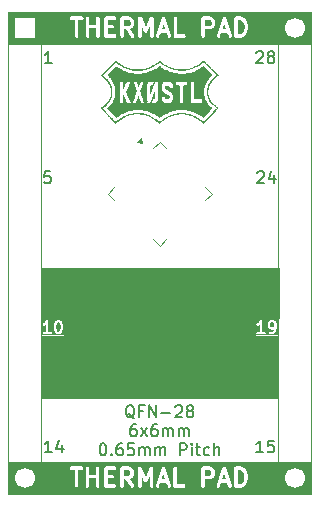
<source format=gto>
G04 #@! TF.GenerationSoftware,KiCad,Pcbnew,9.0.6*
G04 #@! TF.CreationDate,2026-01-08T16:00:18-06:00*
G04 #@! TF.ProjectId,QFN-28_6x6_P0.65,51464e2d-3238-45f3-9678-365f50302e36,rev?*
G04 #@! TF.SameCoordinates,Original*
G04 #@! TF.FileFunction,Legend,Top*
G04 #@! TF.FilePolarity,Positive*
%FSLAX46Y46*%
G04 Gerber Fmt 4.6, Leading zero omitted, Abs format (unit mm)*
G04 Created by KiCad (PCBNEW 9.0.6) date 2026-01-08 16:00:18*
%MOMM*%
%LPD*%
G01*
G04 APERTURE LIST*
G04 Aperture macros list*
%AMRoundRect*
0 Rectangle with rounded corners*
0 $1 Rounding radius*
0 $2 $3 $4 $5 $6 $7 $8 $9 X,Y pos of 4 corners*
0 Add a 4 corners polygon primitive as box body*
4,1,4,$2,$3,$4,$5,$6,$7,$8,$9,$2,$3,0*
0 Add four circle primitives for the rounded corners*
1,1,$1+$1,$2,$3*
1,1,$1+$1,$4,$5*
1,1,$1+$1,$6,$7*
1,1,$1+$1,$8,$9*
0 Add four rect primitives between the rounded corners*
20,1,$1+$1,$2,$3,$4,$5,0*
20,1,$1+$1,$4,$5,$6,$7,0*
20,1,$1+$1,$6,$7,$8,$9,0*
20,1,$1+$1,$8,$9,$2,$3,0*%
%AMRotRect*
0 Rectangle, with rotation*
0 The origin of the aperture is its center*
0 $1 length*
0 $2 width*
0 $3 Rotation angle, in degrees counterclockwise*
0 Add horizontal line*
21,1,$1,$2,0,0,$3*%
G04 Aperture macros list end*
%ADD10C,0.100000*%
%ADD11C,0.200000*%
%ADD12C,0.300000*%
%ADD13C,0.000000*%
%ADD14C,0.120000*%
%ADD15C,1.700000*%
%ADD16R,1.700000X1.700000*%
%ADD17RotRect,4.250000X4.250000X315.000000*%
%ADD18RoundRect,0.075000X-0.494975X-0.388909X-0.388909X-0.494975X0.494975X0.388909X0.388909X0.494975X0*%
%ADD19RoundRect,0.075000X-0.494975X0.388909X0.388909X-0.494975X0.494975X-0.388909X-0.388909X0.494975X0*%
G04 APERTURE END LIST*
D10*
X106620164Y-112303238D02*
X126686164Y-112303238D01*
X126686164Y-116527698D01*
X106620164Y-116527698D01*
X106620164Y-112303238D01*
G36*
X106620164Y-112303238D02*
G01*
X126686164Y-112303238D01*
X126686164Y-116527698D01*
X106620164Y-116527698D01*
X106620164Y-112303238D01*
G37*
D11*
X124773136Y-94035457D02*
X124820755Y-93987838D01*
X124820755Y-93987838D02*
X124915993Y-93940219D01*
X124915993Y-93940219D02*
X125154088Y-93940219D01*
X125154088Y-93940219D02*
X125249326Y-93987838D01*
X125249326Y-93987838D02*
X125296945Y-94035457D01*
X125296945Y-94035457D02*
X125344564Y-94130695D01*
X125344564Y-94130695D02*
X125344564Y-94225933D01*
X125344564Y-94225933D02*
X125296945Y-94368790D01*
X125296945Y-94368790D02*
X124725517Y-94940219D01*
X124725517Y-94940219D02*
X125344564Y-94940219D01*
X125915993Y-94368790D02*
X125820755Y-94321171D01*
X125820755Y-94321171D02*
X125773136Y-94273552D01*
X125773136Y-94273552D02*
X125725517Y-94178314D01*
X125725517Y-94178314D02*
X125725517Y-94130695D01*
X125725517Y-94130695D02*
X125773136Y-94035457D01*
X125773136Y-94035457D02*
X125820755Y-93987838D01*
X125820755Y-93987838D02*
X125915993Y-93940219D01*
X125915993Y-93940219D02*
X126106469Y-93940219D01*
X126106469Y-93940219D02*
X126201707Y-93987838D01*
X126201707Y-93987838D02*
X126249326Y-94035457D01*
X126249326Y-94035457D02*
X126296945Y-94130695D01*
X126296945Y-94130695D02*
X126296945Y-94178314D01*
X126296945Y-94178314D02*
X126249326Y-94273552D01*
X126249326Y-94273552D02*
X126201707Y-94321171D01*
X126201707Y-94321171D02*
X126106469Y-94368790D01*
X126106469Y-94368790D02*
X125915993Y-94368790D01*
X125915993Y-94368790D02*
X125820755Y-94416409D01*
X125820755Y-94416409D02*
X125773136Y-94464028D01*
X125773136Y-94464028D02*
X125725517Y-94559266D01*
X125725517Y-94559266D02*
X125725517Y-94749742D01*
X125725517Y-94749742D02*
X125773136Y-94844980D01*
X125773136Y-94844980D02*
X125820755Y-94892600D01*
X125820755Y-94892600D02*
X125915993Y-94940219D01*
X125915993Y-94940219D02*
X126106469Y-94940219D01*
X126106469Y-94940219D02*
X126201707Y-94892600D01*
X126201707Y-94892600D02*
X126249326Y-94844980D01*
X126249326Y-94844980D02*
X126296945Y-94749742D01*
X126296945Y-94749742D02*
X126296945Y-94559266D01*
X126296945Y-94559266D02*
X126249326Y-94464028D01*
X126249326Y-94464028D02*
X126201707Y-94416409D01*
X126201707Y-94416409D02*
X126106469Y-94368790D01*
X107446482Y-94940219D02*
X106875054Y-94940219D01*
X107160768Y-94940219D02*
X107160768Y-93940219D01*
X107160768Y-93940219D02*
X107065530Y-94083076D01*
X107065530Y-94083076D02*
X106970292Y-94178314D01*
X106970292Y-94178314D02*
X106875054Y-94225933D01*
D10*
X103759000Y-128714375D02*
X108839000Y-128714375D01*
X108839000Y-131381625D01*
X103759000Y-131381625D01*
X103759000Y-128714375D01*
G36*
X103759000Y-128714375D02*
G01*
X108839000Y-128714375D01*
X108839000Y-131381625D01*
X103759000Y-131381625D01*
X103759000Y-128714375D01*
G37*
X106553000Y-118029770D02*
X126619000Y-118029770D01*
X126619000Y-123270230D01*
X106553000Y-123270230D01*
X106553000Y-118029770D01*
G36*
X106553000Y-118029770D02*
G01*
X126619000Y-118029770D01*
X126619000Y-123270230D01*
X106553000Y-123270230D01*
X106553000Y-118029770D01*
G37*
X108542750Y-92875225D02*
X124341500Y-92875225D01*
X124341500Y-93281625D01*
X108542750Y-93281625D01*
X108542750Y-92875225D01*
G36*
X108542750Y-92875225D02*
G01*
X124341500Y-92875225D01*
X124341500Y-93281625D01*
X108542750Y-93281625D01*
X108542750Y-92875225D01*
G37*
X124197500Y-128714375D02*
X129396000Y-128714375D01*
X129396000Y-131381625D01*
X124197500Y-131381625D01*
X124197500Y-128714375D01*
G36*
X124197500Y-128714375D02*
G01*
X129396000Y-128714375D01*
X129396000Y-131381625D01*
X124197500Y-131381625D01*
X124197500Y-128714375D01*
G37*
X107958500Y-90614375D02*
X124900250Y-90614375D01*
X124900250Y-90842975D01*
X107958500Y-90842975D01*
X107958500Y-90614375D01*
G36*
X107958500Y-90614375D02*
G01*
X124900250Y-90614375D01*
X124900250Y-90842975D01*
X107958500Y-90842975D01*
X107958500Y-90614375D01*
G37*
X108576500Y-128714375D02*
X124629250Y-128714375D01*
X124629250Y-128942725D01*
X108576500Y-128942725D01*
X108576500Y-128714375D01*
G36*
X108576500Y-128714375D02*
G01*
X124629250Y-128714375D01*
X124629250Y-128942725D01*
X108576500Y-128942725D01*
X108576500Y-128714375D01*
G37*
X107636750Y-130975225D02*
X125340500Y-130975225D01*
X125340500Y-131381625D01*
X107636750Y-131381625D01*
X107636750Y-130975225D01*
G36*
X107636750Y-130975225D02*
G01*
X125340500Y-130975225D01*
X125340500Y-131381625D01*
X107636750Y-131381625D01*
X107636750Y-130975225D01*
G37*
X108518000Y-112291230D02*
X124625847Y-112291230D01*
X124625847Y-121740230D01*
X108518000Y-121740230D01*
X108518000Y-112291230D01*
G36*
X108518000Y-112291230D02*
G01*
X124625847Y-112291230D01*
X124625847Y-121740230D01*
X108518000Y-121740230D01*
X108518000Y-112291230D01*
G37*
X103776000Y-90614375D02*
X108856000Y-90614375D01*
X108856000Y-93281625D01*
X103776000Y-93281625D01*
X103776000Y-90614375D01*
G36*
X103776000Y-90614375D02*
G01*
X108856000Y-90614375D01*
X108856000Y-93281625D01*
X103776000Y-93281625D01*
X103776000Y-90614375D01*
G37*
X124227250Y-90614375D02*
X129413000Y-90614375D01*
X129413000Y-93281625D01*
X124227250Y-93281625D01*
X124227250Y-90614375D01*
G36*
X124227250Y-90614375D02*
G01*
X129413000Y-90614375D01*
X129413000Y-93281625D01*
X124227250Y-93281625D01*
X124227250Y-90614375D01*
G37*
D11*
G36*
X126245759Y-116904279D02*
G01*
X126270428Y-116928947D01*
X126300233Y-116988557D01*
X126300233Y-117179438D01*
X126270428Y-117239047D01*
X126245759Y-117263715D01*
X126186150Y-117293521D01*
X126042888Y-117293521D01*
X125983278Y-117263716D01*
X125958610Y-117239047D01*
X125928805Y-117179437D01*
X125928805Y-116988557D01*
X125958610Y-116928947D01*
X125983278Y-116904278D01*
X126042888Y-116874474D01*
X126186150Y-116874474D01*
X126245759Y-116904279D01*
G37*
G36*
X126611344Y-117985585D02*
G01*
X124666098Y-117985585D01*
X124666098Y-117047681D01*
X124777209Y-117047681D01*
X124779975Y-117086601D01*
X124797424Y-117121500D01*
X124826901Y-117147064D01*
X124863917Y-117159403D01*
X124902837Y-117156637D01*
X124921145Y-117149631D01*
X125016383Y-117102012D01*
X125024779Y-117096726D01*
X125027219Y-117095716D01*
X125029965Y-117093462D01*
X125032973Y-117091569D01*
X125034702Y-117089574D01*
X125042373Y-117083280D01*
X125062138Y-117063515D01*
X125062138Y-117674474D01*
X124876424Y-117674474D01*
X124856915Y-117676395D01*
X124820867Y-117691327D01*
X124793277Y-117718917D01*
X124778345Y-117754965D01*
X124778345Y-117793983D01*
X124793277Y-117830031D01*
X124820867Y-117857621D01*
X124856915Y-117872553D01*
X124876424Y-117874474D01*
X125447852Y-117874474D01*
X125467361Y-117872553D01*
X125503409Y-117857621D01*
X125530999Y-117830031D01*
X125545931Y-117793983D01*
X125545931Y-117754965D01*
X125530999Y-117718917D01*
X125503409Y-117691327D01*
X125467361Y-117676395D01*
X125447852Y-117674474D01*
X125262138Y-117674474D01*
X125262138Y-116964950D01*
X125728805Y-116964950D01*
X125728805Y-117203045D01*
X125730726Y-117222554D01*
X125732101Y-117225874D01*
X125732356Y-117229458D01*
X125739362Y-117247766D01*
X125786981Y-117343004D01*
X125792266Y-117351400D01*
X125793277Y-117353840D01*
X125795530Y-117356586D01*
X125797424Y-117359594D01*
X125799418Y-117361323D01*
X125805713Y-117368994D01*
X125853332Y-117416612D01*
X125860998Y-117422904D01*
X125862731Y-117424902D01*
X125865739Y-117426795D01*
X125868485Y-117429049D01*
X125870925Y-117430059D01*
X125879322Y-117435345D01*
X125974559Y-117482964D01*
X125992868Y-117489970D01*
X125996451Y-117490224D01*
X125999772Y-117491600D01*
X126019281Y-117493521D01*
X126209757Y-117493521D01*
X126229266Y-117491600D01*
X126232586Y-117490224D01*
X126236170Y-117489970D01*
X126254478Y-117482964D01*
X126264091Y-117478157D01*
X126259801Y-117495319D01*
X126179664Y-117615524D01*
X126150521Y-117644668D01*
X126090912Y-117674474D01*
X125924043Y-117674474D01*
X125904534Y-117676395D01*
X125868486Y-117691327D01*
X125840896Y-117718917D01*
X125825964Y-117754965D01*
X125825964Y-117793983D01*
X125840896Y-117830031D01*
X125868486Y-117857621D01*
X125904534Y-117872553D01*
X125924043Y-117874474D01*
X126114519Y-117874474D01*
X126134028Y-117872553D01*
X126137348Y-117871177D01*
X126140932Y-117870923D01*
X126159240Y-117863917D01*
X126254478Y-117816298D01*
X126262873Y-117811013D01*
X126265315Y-117810002D01*
X126268062Y-117807746D01*
X126271068Y-117805855D01*
X126272798Y-117803860D01*
X126280468Y-117797565D01*
X126328087Y-117749945D01*
X126328129Y-117749892D01*
X126328161Y-117749872D01*
X126334300Y-117742374D01*
X126340524Y-117734792D01*
X126340538Y-117734756D01*
X126340581Y-117734705D01*
X126435819Y-117591848D01*
X126441561Y-117581078D01*
X126443033Y-117579092D01*
X126443871Y-117576746D01*
X126445042Y-117574550D01*
X126445521Y-117572126D01*
X126449628Y-117560632D01*
X126497247Y-117370156D01*
X126497747Y-117366774D01*
X126498312Y-117365411D01*
X126499035Y-117358060D01*
X126500115Y-117350763D01*
X126499897Y-117349304D01*
X126500233Y-117345902D01*
X126500233Y-116964950D01*
X126498312Y-116945441D01*
X126496936Y-116942120D01*
X126496682Y-116938537D01*
X126489676Y-116920228D01*
X126442057Y-116824991D01*
X126436771Y-116816594D01*
X126435761Y-116814154D01*
X126433507Y-116811408D01*
X126431614Y-116808400D01*
X126429616Y-116806667D01*
X126423324Y-116799001D01*
X126375706Y-116751382D01*
X126368035Y-116745087D01*
X126366306Y-116743093D01*
X126363298Y-116741199D01*
X126360552Y-116738946D01*
X126358112Y-116737935D01*
X126349716Y-116732650D01*
X126254478Y-116685031D01*
X126236170Y-116678025D01*
X126232586Y-116677770D01*
X126229266Y-116676395D01*
X126209757Y-116674474D01*
X126019281Y-116674474D01*
X125999772Y-116676395D01*
X125996451Y-116677770D01*
X125992868Y-116678025D01*
X125974559Y-116685031D01*
X125879322Y-116732650D01*
X125870925Y-116737935D01*
X125868485Y-116738946D01*
X125865739Y-116741199D01*
X125862731Y-116743093D01*
X125860998Y-116745090D01*
X125853332Y-116751383D01*
X125805713Y-116799001D01*
X125799418Y-116806671D01*
X125797424Y-116808401D01*
X125795530Y-116811408D01*
X125793277Y-116814155D01*
X125792266Y-116816594D01*
X125786981Y-116824991D01*
X125739362Y-116920229D01*
X125732356Y-116938537D01*
X125732101Y-116942120D01*
X125730726Y-116945441D01*
X125728805Y-116964950D01*
X125262138Y-116964950D01*
X125262138Y-116774474D01*
X125262131Y-116774403D01*
X125262138Y-116774369D01*
X125262117Y-116774267D01*
X125260217Y-116754965D01*
X125256427Y-116745816D01*
X125254486Y-116736109D01*
X125249034Y-116727968D01*
X125245285Y-116718917D01*
X125238285Y-116711917D01*
X125232775Y-116703689D01*
X125224620Y-116698252D01*
X125217695Y-116691327D01*
X125208551Y-116687539D01*
X125200310Y-116682045D01*
X125190696Y-116680143D01*
X125181647Y-116676395D01*
X125171746Y-116676395D01*
X125162034Y-116674474D01*
X125152429Y-116676395D01*
X125142629Y-116676395D01*
X125133480Y-116680184D01*
X125123773Y-116682126D01*
X125115632Y-116687577D01*
X125106581Y-116691327D01*
X125099581Y-116698326D01*
X125091353Y-116703837D01*
X125079064Y-116718843D01*
X125078991Y-116718917D01*
X125078977Y-116718949D01*
X125078933Y-116719004D01*
X124989189Y-116853620D01*
X124912425Y-116930383D01*
X124831703Y-116970745D01*
X124815112Y-116981188D01*
X124789548Y-117010665D01*
X124777209Y-117047681D01*
X124666098Y-117047681D01*
X124666098Y-116563363D01*
X126611344Y-116563363D01*
X126611344Y-117985585D01*
G37*
X125344564Y-127896844D02*
X124773136Y-127896844D01*
X125058850Y-127896844D02*
X125058850Y-126896844D01*
X125058850Y-126896844D02*
X124963612Y-127039701D01*
X124963612Y-127039701D02*
X124868374Y-127134939D01*
X124868374Y-127134939D02*
X124773136Y-127182558D01*
X126249326Y-126896844D02*
X125773136Y-126896844D01*
X125773136Y-126896844D02*
X125725517Y-127373034D01*
X125725517Y-127373034D02*
X125773136Y-127325415D01*
X125773136Y-127325415D02*
X125868374Y-127277796D01*
X125868374Y-127277796D02*
X126106469Y-127277796D01*
X126106469Y-127277796D02*
X126201707Y-127325415D01*
X126201707Y-127325415D02*
X126249326Y-127373034D01*
X126249326Y-127373034D02*
X126296945Y-127468272D01*
X126296945Y-127468272D02*
X126296945Y-127706367D01*
X126296945Y-127706367D02*
X126249326Y-127801605D01*
X126249326Y-127801605D02*
X126201707Y-127849225D01*
X126201707Y-127849225D02*
X126106469Y-127896844D01*
X126106469Y-127896844D02*
X125868374Y-127896844D01*
X125868374Y-127896844D02*
X125773136Y-127849225D01*
X125773136Y-127849225D02*
X125725517Y-127801605D01*
X107321863Y-104100219D02*
X106845673Y-104100219D01*
X106845673Y-104100219D02*
X106798054Y-104576409D01*
X106798054Y-104576409D02*
X106845673Y-104528790D01*
X106845673Y-104528790D02*
X106940911Y-104481171D01*
X106940911Y-104481171D02*
X107179006Y-104481171D01*
X107179006Y-104481171D02*
X107274244Y-104528790D01*
X107274244Y-104528790D02*
X107321863Y-104576409D01*
X107321863Y-104576409D02*
X107369482Y-104671647D01*
X107369482Y-104671647D02*
X107369482Y-104909742D01*
X107369482Y-104909742D02*
X107321863Y-105004980D01*
X107321863Y-105004980D02*
X107274244Y-105052600D01*
X107274244Y-105052600D02*
X107179006Y-105100219D01*
X107179006Y-105100219D02*
X106940911Y-105100219D01*
X106940911Y-105100219D02*
X106845673Y-105052600D01*
X106845673Y-105052600D02*
X106798054Y-105004980D01*
X114443142Y-125008816D02*
X114347904Y-124961197D01*
X114347904Y-124961197D02*
X114252666Y-124865959D01*
X114252666Y-124865959D02*
X114109809Y-124723101D01*
X114109809Y-124723101D02*
X114014571Y-124675482D01*
X114014571Y-124675482D02*
X113919333Y-124675482D01*
X113966952Y-124913578D02*
X113871714Y-124865959D01*
X113871714Y-124865959D02*
X113776476Y-124770720D01*
X113776476Y-124770720D02*
X113728857Y-124580244D01*
X113728857Y-124580244D02*
X113728857Y-124246911D01*
X113728857Y-124246911D02*
X113776476Y-124056435D01*
X113776476Y-124056435D02*
X113871714Y-123961197D01*
X113871714Y-123961197D02*
X113966952Y-123913578D01*
X113966952Y-123913578D02*
X114157428Y-123913578D01*
X114157428Y-123913578D02*
X114252666Y-123961197D01*
X114252666Y-123961197D02*
X114347904Y-124056435D01*
X114347904Y-124056435D02*
X114395523Y-124246911D01*
X114395523Y-124246911D02*
X114395523Y-124580244D01*
X114395523Y-124580244D02*
X114347904Y-124770720D01*
X114347904Y-124770720D02*
X114252666Y-124865959D01*
X114252666Y-124865959D02*
X114157428Y-124913578D01*
X114157428Y-124913578D02*
X113966952Y-124913578D01*
X115157428Y-124389768D02*
X114824095Y-124389768D01*
X114824095Y-124913578D02*
X114824095Y-123913578D01*
X114824095Y-123913578D02*
X115300285Y-123913578D01*
X115681238Y-124913578D02*
X115681238Y-123913578D01*
X115681238Y-123913578D02*
X116252666Y-124913578D01*
X116252666Y-124913578D02*
X116252666Y-123913578D01*
X116728857Y-124532625D02*
X117490762Y-124532625D01*
X117919333Y-124008816D02*
X117966952Y-123961197D01*
X117966952Y-123961197D02*
X118062190Y-123913578D01*
X118062190Y-123913578D02*
X118300285Y-123913578D01*
X118300285Y-123913578D02*
X118395523Y-123961197D01*
X118395523Y-123961197D02*
X118443142Y-124008816D01*
X118443142Y-124008816D02*
X118490761Y-124104054D01*
X118490761Y-124104054D02*
X118490761Y-124199292D01*
X118490761Y-124199292D02*
X118443142Y-124342149D01*
X118443142Y-124342149D02*
X117871714Y-124913578D01*
X117871714Y-124913578D02*
X118490761Y-124913578D01*
X119062190Y-124342149D02*
X118966952Y-124294530D01*
X118966952Y-124294530D02*
X118919333Y-124246911D01*
X118919333Y-124246911D02*
X118871714Y-124151673D01*
X118871714Y-124151673D02*
X118871714Y-124104054D01*
X118871714Y-124104054D02*
X118919333Y-124008816D01*
X118919333Y-124008816D02*
X118966952Y-123961197D01*
X118966952Y-123961197D02*
X119062190Y-123913578D01*
X119062190Y-123913578D02*
X119252666Y-123913578D01*
X119252666Y-123913578D02*
X119347904Y-123961197D01*
X119347904Y-123961197D02*
X119395523Y-124008816D01*
X119395523Y-124008816D02*
X119443142Y-124104054D01*
X119443142Y-124104054D02*
X119443142Y-124151673D01*
X119443142Y-124151673D02*
X119395523Y-124246911D01*
X119395523Y-124246911D02*
X119347904Y-124294530D01*
X119347904Y-124294530D02*
X119252666Y-124342149D01*
X119252666Y-124342149D02*
X119062190Y-124342149D01*
X119062190Y-124342149D02*
X118966952Y-124389768D01*
X118966952Y-124389768D02*
X118919333Y-124437387D01*
X118919333Y-124437387D02*
X118871714Y-124532625D01*
X118871714Y-124532625D02*
X118871714Y-124723101D01*
X118871714Y-124723101D02*
X118919333Y-124818339D01*
X118919333Y-124818339D02*
X118966952Y-124865959D01*
X118966952Y-124865959D02*
X119062190Y-124913578D01*
X119062190Y-124913578D02*
X119252666Y-124913578D01*
X119252666Y-124913578D02*
X119347904Y-124865959D01*
X119347904Y-124865959D02*
X119395523Y-124818339D01*
X119395523Y-124818339D02*
X119443142Y-124723101D01*
X119443142Y-124723101D02*
X119443142Y-124532625D01*
X119443142Y-124532625D02*
X119395523Y-124437387D01*
X119395523Y-124437387D02*
X119347904Y-124389768D01*
X119347904Y-124389768D02*
X119252666Y-124342149D01*
X114562190Y-125523522D02*
X114371714Y-125523522D01*
X114371714Y-125523522D02*
X114276476Y-125571141D01*
X114276476Y-125571141D02*
X114228857Y-125618760D01*
X114228857Y-125618760D02*
X114133619Y-125761617D01*
X114133619Y-125761617D02*
X114086000Y-125952093D01*
X114086000Y-125952093D02*
X114086000Y-126333045D01*
X114086000Y-126333045D02*
X114133619Y-126428283D01*
X114133619Y-126428283D02*
X114181238Y-126475903D01*
X114181238Y-126475903D02*
X114276476Y-126523522D01*
X114276476Y-126523522D02*
X114466952Y-126523522D01*
X114466952Y-126523522D02*
X114562190Y-126475903D01*
X114562190Y-126475903D02*
X114609809Y-126428283D01*
X114609809Y-126428283D02*
X114657428Y-126333045D01*
X114657428Y-126333045D02*
X114657428Y-126094950D01*
X114657428Y-126094950D02*
X114609809Y-125999712D01*
X114609809Y-125999712D02*
X114562190Y-125952093D01*
X114562190Y-125952093D02*
X114466952Y-125904474D01*
X114466952Y-125904474D02*
X114276476Y-125904474D01*
X114276476Y-125904474D02*
X114181238Y-125952093D01*
X114181238Y-125952093D02*
X114133619Y-125999712D01*
X114133619Y-125999712D02*
X114086000Y-126094950D01*
X114990762Y-126523522D02*
X115514571Y-125856855D01*
X114990762Y-125856855D02*
X115514571Y-126523522D01*
X116324095Y-125523522D02*
X116133619Y-125523522D01*
X116133619Y-125523522D02*
X116038381Y-125571141D01*
X116038381Y-125571141D02*
X115990762Y-125618760D01*
X115990762Y-125618760D02*
X115895524Y-125761617D01*
X115895524Y-125761617D02*
X115847905Y-125952093D01*
X115847905Y-125952093D02*
X115847905Y-126333045D01*
X115847905Y-126333045D02*
X115895524Y-126428283D01*
X115895524Y-126428283D02*
X115943143Y-126475903D01*
X115943143Y-126475903D02*
X116038381Y-126523522D01*
X116038381Y-126523522D02*
X116228857Y-126523522D01*
X116228857Y-126523522D02*
X116324095Y-126475903D01*
X116324095Y-126475903D02*
X116371714Y-126428283D01*
X116371714Y-126428283D02*
X116419333Y-126333045D01*
X116419333Y-126333045D02*
X116419333Y-126094950D01*
X116419333Y-126094950D02*
X116371714Y-125999712D01*
X116371714Y-125999712D02*
X116324095Y-125952093D01*
X116324095Y-125952093D02*
X116228857Y-125904474D01*
X116228857Y-125904474D02*
X116038381Y-125904474D01*
X116038381Y-125904474D02*
X115943143Y-125952093D01*
X115943143Y-125952093D02*
X115895524Y-125999712D01*
X115895524Y-125999712D02*
X115847905Y-126094950D01*
X116847905Y-126523522D02*
X116847905Y-125856855D01*
X116847905Y-125952093D02*
X116895524Y-125904474D01*
X116895524Y-125904474D02*
X116990762Y-125856855D01*
X116990762Y-125856855D02*
X117133619Y-125856855D01*
X117133619Y-125856855D02*
X117228857Y-125904474D01*
X117228857Y-125904474D02*
X117276476Y-125999712D01*
X117276476Y-125999712D02*
X117276476Y-126523522D01*
X117276476Y-125999712D02*
X117324095Y-125904474D01*
X117324095Y-125904474D02*
X117419333Y-125856855D01*
X117419333Y-125856855D02*
X117562190Y-125856855D01*
X117562190Y-125856855D02*
X117657429Y-125904474D01*
X117657429Y-125904474D02*
X117705048Y-125999712D01*
X117705048Y-125999712D02*
X117705048Y-126523522D01*
X118181238Y-126523522D02*
X118181238Y-125856855D01*
X118181238Y-125952093D02*
X118228857Y-125904474D01*
X118228857Y-125904474D02*
X118324095Y-125856855D01*
X118324095Y-125856855D02*
X118466952Y-125856855D01*
X118466952Y-125856855D02*
X118562190Y-125904474D01*
X118562190Y-125904474D02*
X118609809Y-125999712D01*
X118609809Y-125999712D02*
X118609809Y-126523522D01*
X118609809Y-125999712D02*
X118657428Y-125904474D01*
X118657428Y-125904474D02*
X118752666Y-125856855D01*
X118752666Y-125856855D02*
X118895523Y-125856855D01*
X118895523Y-125856855D02*
X118990762Y-125904474D01*
X118990762Y-125904474D02*
X119038381Y-125999712D01*
X119038381Y-125999712D02*
X119038381Y-126523522D01*
X111728857Y-127133466D02*
X111824095Y-127133466D01*
X111824095Y-127133466D02*
X111919333Y-127181085D01*
X111919333Y-127181085D02*
X111966952Y-127228704D01*
X111966952Y-127228704D02*
X112014571Y-127323942D01*
X112014571Y-127323942D02*
X112062190Y-127514418D01*
X112062190Y-127514418D02*
X112062190Y-127752513D01*
X112062190Y-127752513D02*
X112014571Y-127942989D01*
X112014571Y-127942989D02*
X111966952Y-128038227D01*
X111966952Y-128038227D02*
X111919333Y-128085847D01*
X111919333Y-128085847D02*
X111824095Y-128133466D01*
X111824095Y-128133466D02*
X111728857Y-128133466D01*
X111728857Y-128133466D02*
X111633619Y-128085847D01*
X111633619Y-128085847D02*
X111586000Y-128038227D01*
X111586000Y-128038227D02*
X111538381Y-127942989D01*
X111538381Y-127942989D02*
X111490762Y-127752513D01*
X111490762Y-127752513D02*
X111490762Y-127514418D01*
X111490762Y-127514418D02*
X111538381Y-127323942D01*
X111538381Y-127323942D02*
X111586000Y-127228704D01*
X111586000Y-127228704D02*
X111633619Y-127181085D01*
X111633619Y-127181085D02*
X111728857Y-127133466D01*
X112490762Y-128038227D02*
X112538381Y-128085847D01*
X112538381Y-128085847D02*
X112490762Y-128133466D01*
X112490762Y-128133466D02*
X112443143Y-128085847D01*
X112443143Y-128085847D02*
X112490762Y-128038227D01*
X112490762Y-128038227D02*
X112490762Y-128133466D01*
X113395523Y-127133466D02*
X113205047Y-127133466D01*
X113205047Y-127133466D02*
X113109809Y-127181085D01*
X113109809Y-127181085D02*
X113062190Y-127228704D01*
X113062190Y-127228704D02*
X112966952Y-127371561D01*
X112966952Y-127371561D02*
X112919333Y-127562037D01*
X112919333Y-127562037D02*
X112919333Y-127942989D01*
X112919333Y-127942989D02*
X112966952Y-128038227D01*
X112966952Y-128038227D02*
X113014571Y-128085847D01*
X113014571Y-128085847D02*
X113109809Y-128133466D01*
X113109809Y-128133466D02*
X113300285Y-128133466D01*
X113300285Y-128133466D02*
X113395523Y-128085847D01*
X113395523Y-128085847D02*
X113443142Y-128038227D01*
X113443142Y-128038227D02*
X113490761Y-127942989D01*
X113490761Y-127942989D02*
X113490761Y-127704894D01*
X113490761Y-127704894D02*
X113443142Y-127609656D01*
X113443142Y-127609656D02*
X113395523Y-127562037D01*
X113395523Y-127562037D02*
X113300285Y-127514418D01*
X113300285Y-127514418D02*
X113109809Y-127514418D01*
X113109809Y-127514418D02*
X113014571Y-127562037D01*
X113014571Y-127562037D02*
X112966952Y-127609656D01*
X112966952Y-127609656D02*
X112919333Y-127704894D01*
X114395523Y-127133466D02*
X113919333Y-127133466D01*
X113919333Y-127133466D02*
X113871714Y-127609656D01*
X113871714Y-127609656D02*
X113919333Y-127562037D01*
X113919333Y-127562037D02*
X114014571Y-127514418D01*
X114014571Y-127514418D02*
X114252666Y-127514418D01*
X114252666Y-127514418D02*
X114347904Y-127562037D01*
X114347904Y-127562037D02*
X114395523Y-127609656D01*
X114395523Y-127609656D02*
X114443142Y-127704894D01*
X114443142Y-127704894D02*
X114443142Y-127942989D01*
X114443142Y-127942989D02*
X114395523Y-128038227D01*
X114395523Y-128038227D02*
X114347904Y-128085847D01*
X114347904Y-128085847D02*
X114252666Y-128133466D01*
X114252666Y-128133466D02*
X114014571Y-128133466D01*
X114014571Y-128133466D02*
X113919333Y-128085847D01*
X113919333Y-128085847D02*
X113871714Y-128038227D01*
X114871714Y-128133466D02*
X114871714Y-127466799D01*
X114871714Y-127562037D02*
X114919333Y-127514418D01*
X114919333Y-127514418D02*
X115014571Y-127466799D01*
X115014571Y-127466799D02*
X115157428Y-127466799D01*
X115157428Y-127466799D02*
X115252666Y-127514418D01*
X115252666Y-127514418D02*
X115300285Y-127609656D01*
X115300285Y-127609656D02*
X115300285Y-128133466D01*
X115300285Y-127609656D02*
X115347904Y-127514418D01*
X115347904Y-127514418D02*
X115443142Y-127466799D01*
X115443142Y-127466799D02*
X115585999Y-127466799D01*
X115585999Y-127466799D02*
X115681238Y-127514418D01*
X115681238Y-127514418D02*
X115728857Y-127609656D01*
X115728857Y-127609656D02*
X115728857Y-128133466D01*
X116205047Y-128133466D02*
X116205047Y-127466799D01*
X116205047Y-127562037D02*
X116252666Y-127514418D01*
X116252666Y-127514418D02*
X116347904Y-127466799D01*
X116347904Y-127466799D02*
X116490761Y-127466799D01*
X116490761Y-127466799D02*
X116585999Y-127514418D01*
X116585999Y-127514418D02*
X116633618Y-127609656D01*
X116633618Y-127609656D02*
X116633618Y-128133466D01*
X116633618Y-127609656D02*
X116681237Y-127514418D01*
X116681237Y-127514418D02*
X116776475Y-127466799D01*
X116776475Y-127466799D02*
X116919332Y-127466799D01*
X116919332Y-127466799D02*
X117014571Y-127514418D01*
X117014571Y-127514418D02*
X117062190Y-127609656D01*
X117062190Y-127609656D02*
X117062190Y-128133466D01*
X118300285Y-128133466D02*
X118300285Y-127133466D01*
X118300285Y-127133466D02*
X118681237Y-127133466D01*
X118681237Y-127133466D02*
X118776475Y-127181085D01*
X118776475Y-127181085D02*
X118824094Y-127228704D01*
X118824094Y-127228704D02*
X118871713Y-127323942D01*
X118871713Y-127323942D02*
X118871713Y-127466799D01*
X118871713Y-127466799D02*
X118824094Y-127562037D01*
X118824094Y-127562037D02*
X118776475Y-127609656D01*
X118776475Y-127609656D02*
X118681237Y-127657275D01*
X118681237Y-127657275D02*
X118300285Y-127657275D01*
X119300285Y-128133466D02*
X119300285Y-127466799D01*
X119300285Y-127133466D02*
X119252666Y-127181085D01*
X119252666Y-127181085D02*
X119300285Y-127228704D01*
X119300285Y-127228704D02*
X119347904Y-127181085D01*
X119347904Y-127181085D02*
X119300285Y-127133466D01*
X119300285Y-127133466D02*
X119300285Y-127228704D01*
X119633618Y-127466799D02*
X120014570Y-127466799D01*
X119776475Y-127133466D02*
X119776475Y-127990608D01*
X119776475Y-127990608D02*
X119824094Y-128085847D01*
X119824094Y-128085847D02*
X119919332Y-128133466D01*
X119919332Y-128133466D02*
X120014570Y-128133466D01*
X120776475Y-128085847D02*
X120681237Y-128133466D01*
X120681237Y-128133466D02*
X120490761Y-128133466D01*
X120490761Y-128133466D02*
X120395523Y-128085847D01*
X120395523Y-128085847D02*
X120347904Y-128038227D01*
X120347904Y-128038227D02*
X120300285Y-127942989D01*
X120300285Y-127942989D02*
X120300285Y-127657275D01*
X120300285Y-127657275D02*
X120347904Y-127562037D01*
X120347904Y-127562037D02*
X120395523Y-127514418D01*
X120395523Y-127514418D02*
X120490761Y-127466799D01*
X120490761Y-127466799D02*
X120681237Y-127466799D01*
X120681237Y-127466799D02*
X120776475Y-127514418D01*
X121205047Y-128133466D02*
X121205047Y-127133466D01*
X121633618Y-128133466D02*
X121633618Y-127609656D01*
X121633618Y-127609656D02*
X121585999Y-127514418D01*
X121585999Y-127514418D02*
X121490761Y-127466799D01*
X121490761Y-127466799D02*
X121347904Y-127466799D01*
X121347904Y-127466799D02*
X121252666Y-127514418D01*
X121252666Y-127514418D02*
X121205047Y-127562037D01*
G36*
X108095051Y-116899478D02*
G01*
X108119720Y-116924146D01*
X108155173Y-116995053D01*
X108197144Y-117162934D01*
X108197144Y-117376410D01*
X108155173Y-117544291D01*
X108119720Y-117615197D01*
X108095051Y-117639867D01*
X108035442Y-117669673D01*
X107987418Y-117669673D01*
X107927808Y-117639868D01*
X107903141Y-117615200D01*
X107867686Y-117544291D01*
X107825716Y-117376410D01*
X107825716Y-117162935D01*
X107867686Y-116995053D01*
X107903140Y-116924146D01*
X107927808Y-116899477D01*
X107987418Y-116869673D01*
X108035442Y-116869673D01*
X108095051Y-116899478D01*
G37*
G36*
X108508255Y-117980784D02*
G01*
X106563009Y-117980784D01*
X106563009Y-117042880D01*
X106674120Y-117042880D01*
X106676886Y-117081800D01*
X106694335Y-117116699D01*
X106723812Y-117142263D01*
X106760828Y-117154602D01*
X106799748Y-117151836D01*
X106818056Y-117144830D01*
X106913294Y-117097211D01*
X106921690Y-117091925D01*
X106924130Y-117090915D01*
X106926876Y-117088661D01*
X106929884Y-117086768D01*
X106931613Y-117084773D01*
X106939284Y-117078479D01*
X106959049Y-117058714D01*
X106959049Y-117669673D01*
X106773335Y-117669673D01*
X106753826Y-117671594D01*
X106717778Y-117686526D01*
X106690188Y-117714116D01*
X106675256Y-117750164D01*
X106675256Y-117789182D01*
X106690188Y-117825230D01*
X106717778Y-117852820D01*
X106753826Y-117867752D01*
X106773335Y-117869673D01*
X107344763Y-117869673D01*
X107364272Y-117867752D01*
X107400320Y-117852820D01*
X107427910Y-117825230D01*
X107442842Y-117789182D01*
X107442842Y-117750164D01*
X107427910Y-117714116D01*
X107400320Y-117686526D01*
X107364272Y-117671594D01*
X107344763Y-117669673D01*
X107159049Y-117669673D01*
X107159049Y-117150625D01*
X107625716Y-117150625D01*
X107625716Y-117388720D01*
X107626051Y-117392122D01*
X107625834Y-117393581D01*
X107626913Y-117400878D01*
X107627637Y-117408229D01*
X107628201Y-117409592D01*
X107628702Y-117412974D01*
X107676321Y-117603449D01*
X107676834Y-117604886D01*
X107676886Y-117605609D01*
X107679994Y-117613733D01*
X107682916Y-117621910D01*
X107683346Y-117622490D01*
X107683892Y-117623917D01*
X107731511Y-117719155D01*
X107736794Y-117727547D01*
X107737806Y-117729991D01*
X107740062Y-117732740D01*
X107741954Y-117735745D01*
X107743948Y-117737474D01*
X107750243Y-117745144D01*
X107797861Y-117792764D01*
X107805529Y-117799057D01*
X107807261Y-117801054D01*
X107810269Y-117802947D01*
X107813015Y-117805201D01*
X107815455Y-117806211D01*
X107823852Y-117811497D01*
X107919089Y-117859116D01*
X107937398Y-117866122D01*
X107940981Y-117866376D01*
X107944302Y-117867752D01*
X107963811Y-117869673D01*
X108059049Y-117869673D01*
X108078558Y-117867752D01*
X108081878Y-117866376D01*
X108085462Y-117866122D01*
X108103770Y-117859116D01*
X108199008Y-117811497D01*
X108207403Y-117806212D01*
X108209845Y-117805201D01*
X108212592Y-117802945D01*
X108215598Y-117801054D01*
X108217328Y-117799059D01*
X108224998Y-117792764D01*
X108272617Y-117745144D01*
X108278909Y-117737477D01*
X108280906Y-117735746D01*
X108282799Y-117732738D01*
X108285054Y-117729991D01*
X108286065Y-117727549D01*
X108291349Y-117719155D01*
X108338968Y-117623918D01*
X108339514Y-117622489D01*
X108339944Y-117621910D01*
X108342865Y-117613733D01*
X108345974Y-117605609D01*
X108346025Y-117604888D01*
X108346539Y-117603450D01*
X108394158Y-117412974D01*
X108394658Y-117409592D01*
X108395223Y-117408229D01*
X108395946Y-117400878D01*
X108397026Y-117393581D01*
X108396808Y-117392122D01*
X108397144Y-117388720D01*
X108397144Y-117150625D01*
X108396808Y-117147222D01*
X108397026Y-117145764D01*
X108395946Y-117138466D01*
X108395223Y-117131116D01*
X108394658Y-117129752D01*
X108394158Y-117126371D01*
X108346539Y-116935895D01*
X108346025Y-116934456D01*
X108345974Y-116933736D01*
X108342865Y-116925611D01*
X108339944Y-116917435D01*
X108339514Y-116916855D01*
X108338968Y-116915427D01*
X108291349Y-116820190D01*
X108286063Y-116811793D01*
X108285053Y-116809353D01*
X108282799Y-116806607D01*
X108280906Y-116803599D01*
X108278908Y-116801866D01*
X108272616Y-116794200D01*
X108224998Y-116746581D01*
X108217327Y-116740286D01*
X108215598Y-116738292D01*
X108212590Y-116736398D01*
X108209844Y-116734145D01*
X108207404Y-116733134D01*
X108199008Y-116727849D01*
X108103770Y-116680230D01*
X108085462Y-116673224D01*
X108081878Y-116672969D01*
X108078558Y-116671594D01*
X108059049Y-116669673D01*
X107963811Y-116669673D01*
X107944302Y-116671594D01*
X107940981Y-116672969D01*
X107937398Y-116673224D01*
X107919089Y-116680230D01*
X107823852Y-116727849D01*
X107815455Y-116733134D01*
X107813015Y-116734145D01*
X107810269Y-116736398D01*
X107807261Y-116738292D01*
X107805528Y-116740289D01*
X107797862Y-116746582D01*
X107750243Y-116794200D01*
X107743948Y-116801870D01*
X107741954Y-116803600D01*
X107740060Y-116806607D01*
X107737807Y-116809354D01*
X107736796Y-116811793D01*
X107731511Y-116820190D01*
X107683892Y-116915428D01*
X107683346Y-116916854D01*
X107682916Y-116917435D01*
X107679994Y-116925611D01*
X107676886Y-116933736D01*
X107676834Y-116934458D01*
X107676321Y-116935896D01*
X107628702Y-117126371D01*
X107628201Y-117129752D01*
X107627637Y-117131116D01*
X107626913Y-117138466D01*
X107625834Y-117145764D01*
X107626051Y-117147222D01*
X107625716Y-117150625D01*
X107159049Y-117150625D01*
X107159049Y-116769673D01*
X107159042Y-116769602D01*
X107159049Y-116769568D01*
X107159028Y-116769466D01*
X107157128Y-116750164D01*
X107153338Y-116741015D01*
X107151397Y-116731308D01*
X107145945Y-116723167D01*
X107142196Y-116714116D01*
X107135196Y-116707116D01*
X107129686Y-116698888D01*
X107121531Y-116693451D01*
X107114606Y-116686526D01*
X107105462Y-116682738D01*
X107097221Y-116677244D01*
X107087607Y-116675342D01*
X107078558Y-116671594D01*
X107068657Y-116671594D01*
X107058945Y-116669673D01*
X107049340Y-116671594D01*
X107039540Y-116671594D01*
X107030391Y-116675383D01*
X107020684Y-116677325D01*
X107012543Y-116682776D01*
X107003492Y-116686526D01*
X106996492Y-116693525D01*
X106988264Y-116699036D01*
X106975975Y-116714042D01*
X106975902Y-116714116D01*
X106975888Y-116714148D01*
X106975844Y-116714203D01*
X106886100Y-116848819D01*
X106809336Y-116925582D01*
X106728614Y-116965944D01*
X106712023Y-116976387D01*
X106686459Y-117005864D01*
X106674120Y-117042880D01*
X106563009Y-117042880D01*
X106563009Y-116558562D01*
X108508255Y-116558562D01*
X108508255Y-117980784D01*
G37*
D12*
G36*
X123532186Y-129428861D02*
G01*
X123632793Y-129529468D01*
X123685972Y-129635827D01*
X123748928Y-129887648D01*
X123748928Y-130065007D01*
X123685972Y-130316828D01*
X123632793Y-130423188D01*
X123532187Y-130523794D01*
X123374585Y-130576328D01*
X123191785Y-130576328D01*
X123191785Y-129376328D01*
X123374588Y-129376328D01*
X123532186Y-129428861D01*
G37*
G36*
X114024361Y-129421035D02*
G01*
X114061365Y-129458039D01*
X114106071Y-129547451D01*
X114106071Y-129690918D01*
X114061364Y-129780331D01*
X114024359Y-129817336D01*
X113934947Y-129862042D01*
X113548928Y-129862042D01*
X113548928Y-129376328D01*
X113934947Y-129376328D01*
X114024361Y-129421035D01*
G37*
G36*
X117047959Y-130147757D02*
G01*
X116749900Y-130147757D01*
X116898929Y-129700669D01*
X117047959Y-130147757D01*
G37*
G36*
X122190816Y-130147757D02*
G01*
X121892757Y-130147757D01*
X122041786Y-129700669D01*
X122190816Y-130147757D01*
G37*
G36*
X120881504Y-129421035D02*
G01*
X120918508Y-129458039D01*
X120963214Y-129547451D01*
X120963214Y-129690918D01*
X120918507Y-129780331D01*
X120881502Y-129817336D01*
X120792090Y-129862042D01*
X120406071Y-129862042D01*
X120406071Y-129376328D01*
X120792090Y-129376328D01*
X120881504Y-129421035D01*
G37*
G36*
X124215595Y-131042995D02*
G01*
X108799429Y-131042995D01*
X108799429Y-129197064D01*
X108966096Y-129197064D01*
X108966096Y-129255592D01*
X108988494Y-129309664D01*
X109029878Y-129351048D01*
X109083950Y-129373446D01*
X109113214Y-129376328D01*
X109391785Y-129376328D01*
X109391785Y-130726328D01*
X109394667Y-130755592D01*
X109417065Y-130809664D01*
X109458449Y-130851048D01*
X109512521Y-130873446D01*
X109571049Y-130873446D01*
X109625121Y-130851048D01*
X109666505Y-130809664D01*
X109688903Y-130755592D01*
X109691785Y-130726328D01*
X109691785Y-129376328D01*
X109970357Y-129376328D01*
X109999621Y-129373446D01*
X110053693Y-129351048D01*
X110095077Y-129309664D01*
X110117475Y-129255592D01*
X110117475Y-129226328D01*
X110320356Y-129226328D01*
X110320356Y-130726328D01*
X110323238Y-130755592D01*
X110345636Y-130809664D01*
X110387020Y-130851048D01*
X110441092Y-130873446D01*
X110499620Y-130873446D01*
X110553692Y-130851048D01*
X110595076Y-130809664D01*
X110617474Y-130755592D01*
X110620356Y-130726328D01*
X110620356Y-130090614D01*
X111177499Y-130090614D01*
X111177499Y-130726328D01*
X111180381Y-130755592D01*
X111202779Y-130809664D01*
X111244163Y-130851048D01*
X111298235Y-130873446D01*
X111356763Y-130873446D01*
X111410835Y-130851048D01*
X111452219Y-130809664D01*
X111474617Y-130755592D01*
X111477499Y-130726328D01*
X111477499Y-129226328D01*
X111891785Y-129226328D01*
X111891785Y-130726328D01*
X111894667Y-130755592D01*
X111917065Y-130809664D01*
X111958449Y-130851048D01*
X112012521Y-130873446D01*
X112041785Y-130876328D01*
X112756071Y-130876328D01*
X112785335Y-130873446D01*
X112839407Y-130851048D01*
X112880791Y-130809664D01*
X112903189Y-130755592D01*
X112903189Y-130697064D01*
X112880791Y-130642992D01*
X112839407Y-130601608D01*
X112785335Y-130579210D01*
X112756071Y-130576328D01*
X112191785Y-130576328D01*
X112191785Y-130090614D01*
X112541785Y-130090614D01*
X112571049Y-130087732D01*
X112625121Y-130065334D01*
X112666505Y-130023950D01*
X112688903Y-129969878D01*
X112688903Y-129911350D01*
X112666505Y-129857278D01*
X112625121Y-129815894D01*
X112571049Y-129793496D01*
X112541785Y-129790614D01*
X112191785Y-129790614D01*
X112191785Y-129376328D01*
X112756071Y-129376328D01*
X112785335Y-129373446D01*
X112839407Y-129351048D01*
X112880791Y-129309664D01*
X112903189Y-129255592D01*
X112903189Y-129226328D01*
X113248928Y-129226328D01*
X113248928Y-130726328D01*
X113251810Y-130755592D01*
X113274208Y-130809664D01*
X113315592Y-130851048D01*
X113369664Y-130873446D01*
X113428192Y-130873446D01*
X113482264Y-130851048D01*
X113523648Y-130809664D01*
X113546046Y-130755592D01*
X113548928Y-130726328D01*
X113548928Y-130162042D01*
X113677973Y-130162042D01*
X114133186Y-130812347D01*
X114152329Y-130834669D01*
X114201686Y-130866122D01*
X114259322Y-130876293D01*
X114316464Y-130863634D01*
X114364412Y-130830070D01*
X114395865Y-130780713D01*
X114406036Y-130723077D01*
X114393377Y-130665935D01*
X114378956Y-130640309D01*
X114034004Y-130147520D01*
X114037439Y-130146206D01*
X114180296Y-130074778D01*
X114192889Y-130066850D01*
X114196549Y-130065335D01*
X114200668Y-130061953D01*
X114205182Y-130059113D01*
X114207778Y-130056119D01*
X114219280Y-130046680D01*
X114290709Y-129975251D01*
X114300150Y-129963746D01*
X114303142Y-129961152D01*
X114305980Y-129956642D01*
X114309364Y-129952520D01*
X114310880Y-129948858D01*
X114318807Y-129936267D01*
X114390235Y-129793409D01*
X114400745Y-129765946D01*
X114401126Y-129760570D01*
X114403189Y-129755592D01*
X114406071Y-129726328D01*
X114406071Y-129512042D01*
X114403189Y-129482778D01*
X114401126Y-129477799D01*
X114400745Y-129472424D01*
X114390235Y-129444961D01*
X114318807Y-129302103D01*
X114310878Y-129289508D01*
X114309363Y-129285849D01*
X114305981Y-129281728D01*
X114303142Y-129277218D01*
X114300150Y-129274623D01*
X114290708Y-129263118D01*
X114253917Y-129226328D01*
X114748928Y-129226328D01*
X114748928Y-130726328D01*
X114751810Y-130755592D01*
X114774208Y-130809664D01*
X114815592Y-130851048D01*
X114869664Y-130873446D01*
X114928192Y-130873446D01*
X114982264Y-130851048D01*
X115023648Y-130809664D01*
X115046046Y-130755592D01*
X115048928Y-130726328D01*
X115048928Y-129902461D01*
X115263001Y-130361190D01*
X115269347Y-130371903D01*
X115270668Y-130375535D01*
X115273019Y-130378103D01*
X115277988Y-130386490D01*
X115294793Y-130401880D01*
X115310195Y-130418698D01*
X115316238Y-130421518D01*
X115321151Y-130426017D01*
X115342571Y-130433806D01*
X115363233Y-130443448D01*
X115369890Y-130443740D01*
X115376153Y-130446018D01*
X115398932Y-130445017D01*
X115421703Y-130446018D01*
X115427962Y-130443741D01*
X115434624Y-130443449D01*
X115455291Y-130433804D01*
X115476706Y-130426017D01*
X115481619Y-130421517D01*
X115487661Y-130418698D01*
X115503056Y-130401885D01*
X115519869Y-130386490D01*
X115524837Y-130378101D01*
X115527188Y-130375535D01*
X115528507Y-130371905D01*
X115534855Y-130361190D01*
X115748928Y-129902462D01*
X115748928Y-130726328D01*
X115751810Y-130755592D01*
X115774208Y-130809664D01*
X115815592Y-130851048D01*
X115869664Y-130873446D01*
X115928192Y-130873446D01*
X115982264Y-130851048D01*
X116023648Y-130809664D01*
X116046046Y-130755592D01*
X116048928Y-130726328D01*
X116048928Y-130707567D01*
X116250107Y-130707567D01*
X116254256Y-130765948D01*
X116280430Y-130818295D01*
X116324644Y-130856642D01*
X116380168Y-130875150D01*
X116438549Y-130871001D01*
X116490896Y-130844827D01*
X116529243Y-130800613D01*
X116541231Y-130773762D01*
X116649900Y-130447757D01*
X117147959Y-130447757D01*
X117256627Y-130773762D01*
X117268615Y-130800613D01*
X117306962Y-130844828D01*
X117359310Y-130871001D01*
X117417690Y-130875151D01*
X117473214Y-130856642D01*
X117517428Y-130818295D01*
X117543602Y-130765948D01*
X117547752Y-130707568D01*
X117541232Y-130678894D01*
X117057042Y-129226328D01*
X117748928Y-129226328D01*
X117748928Y-130726328D01*
X117751810Y-130755592D01*
X117774208Y-130809664D01*
X117815592Y-130851048D01*
X117869664Y-130873446D01*
X117898928Y-130876328D01*
X118613214Y-130876328D01*
X118642478Y-130873446D01*
X118696550Y-130851048D01*
X118737934Y-130809664D01*
X118760332Y-130755592D01*
X118760332Y-130697064D01*
X118737934Y-130642992D01*
X118696550Y-130601608D01*
X118642478Y-130579210D01*
X118613214Y-130576328D01*
X118048928Y-130576328D01*
X118048928Y-129226328D01*
X120106071Y-129226328D01*
X120106071Y-130726328D01*
X120108953Y-130755592D01*
X120131351Y-130809664D01*
X120172735Y-130851048D01*
X120226807Y-130873446D01*
X120285335Y-130873446D01*
X120339407Y-130851048D01*
X120380791Y-130809664D01*
X120403189Y-130755592D01*
X120406071Y-130726328D01*
X120406071Y-130707567D01*
X121392964Y-130707567D01*
X121397113Y-130765948D01*
X121423287Y-130818295D01*
X121467501Y-130856642D01*
X121523025Y-130875150D01*
X121581406Y-130871001D01*
X121633753Y-130844827D01*
X121672100Y-130800613D01*
X121684088Y-130773762D01*
X121792757Y-130447757D01*
X122290816Y-130447757D01*
X122399484Y-130773762D01*
X122411472Y-130800613D01*
X122449819Y-130844828D01*
X122502167Y-130871001D01*
X122560547Y-130875151D01*
X122616071Y-130856642D01*
X122660285Y-130818295D01*
X122686459Y-130765948D01*
X122690609Y-130707568D01*
X122684089Y-130678894D01*
X122199899Y-129226328D01*
X122891785Y-129226328D01*
X122891785Y-130726328D01*
X122894667Y-130755592D01*
X122917065Y-130809664D01*
X122958449Y-130851048D01*
X123012521Y-130873446D01*
X123041785Y-130876328D01*
X123398928Y-130876328D01*
X123413733Y-130874869D01*
X123417688Y-130875151D01*
X123422889Y-130873968D01*
X123428192Y-130873446D01*
X123431849Y-130871930D01*
X123446362Y-130868631D01*
X123660648Y-130797203D01*
X123687499Y-130785215D01*
X123691570Y-130781683D01*
X123696550Y-130779621D01*
X123719280Y-130760966D01*
X123862137Y-130618108D01*
X123871575Y-130606606D01*
X123874570Y-130604010D01*
X123877410Y-130599496D01*
X123880792Y-130595377D01*
X123882307Y-130591717D01*
X123890235Y-130579124D01*
X123961664Y-130436268D01*
X123962483Y-130434125D01*
X123963128Y-130433256D01*
X123967512Y-130420984D01*
X123972173Y-130408804D01*
X123972249Y-130407723D01*
X123973021Y-130405565D01*
X124044449Y-130119851D01*
X124045198Y-130114779D01*
X124046046Y-130112735D01*
X124047131Y-130101712D01*
X124048751Y-130090762D01*
X124048425Y-130088574D01*
X124048928Y-130083471D01*
X124048928Y-129869185D01*
X124048425Y-129864081D01*
X124048751Y-129861894D01*
X124047131Y-129850943D01*
X124046046Y-129839921D01*
X124045198Y-129837876D01*
X124044449Y-129832805D01*
X123973021Y-129547091D01*
X123972249Y-129544932D01*
X123972173Y-129543852D01*
X123967512Y-129531671D01*
X123963128Y-129519400D01*
X123962483Y-129518530D01*
X123961664Y-129516388D01*
X123890235Y-129373532D01*
X123882308Y-129360940D01*
X123880792Y-129357278D01*
X123877408Y-129353155D01*
X123874570Y-129348646D01*
X123871577Y-129346050D01*
X123862137Y-129334548D01*
X123719280Y-129191691D01*
X123696549Y-129173036D01*
X123691569Y-129170973D01*
X123687499Y-129167443D01*
X123660648Y-129155454D01*
X123446362Y-129084026D01*
X123431854Y-129080727D01*
X123428192Y-129079210D01*
X123422883Y-129078687D01*
X123417689Y-129077506D01*
X123413739Y-129077786D01*
X123398928Y-129076328D01*
X123041785Y-129076328D01*
X123012521Y-129079210D01*
X122958449Y-129101608D01*
X122917065Y-129142992D01*
X122894667Y-129197064D01*
X122891785Y-129226328D01*
X122199899Y-129226328D01*
X122184088Y-129178894D01*
X122172100Y-129152043D01*
X122165077Y-129143946D01*
X122160285Y-129134361D01*
X122146076Y-129122037D01*
X122133753Y-129107829D01*
X122124167Y-129103036D01*
X122116071Y-129096014D01*
X122098227Y-129090065D01*
X122081406Y-129081655D01*
X122070717Y-129080895D01*
X122060547Y-129077505D01*
X122041781Y-129078838D01*
X122023025Y-129077506D01*
X122012857Y-129080895D01*
X122002167Y-129081655D01*
X121985343Y-129090066D01*
X121967501Y-129096014D01*
X121959406Y-129103034D01*
X121949819Y-129107828D01*
X121937493Y-129122039D01*
X121923287Y-129134361D01*
X121918494Y-129143945D01*
X121911472Y-129152043D01*
X121899484Y-129178894D01*
X121399484Y-130678894D01*
X121392964Y-130707567D01*
X120406071Y-130707567D01*
X120406071Y-130162042D01*
X120827500Y-130162042D01*
X120856764Y-130159160D01*
X120861742Y-130157097D01*
X120867118Y-130156716D01*
X120894582Y-130146206D01*
X121037439Y-130074778D01*
X121050032Y-130066850D01*
X121053692Y-130065335D01*
X121057811Y-130061953D01*
X121062325Y-130059113D01*
X121064921Y-130056119D01*
X121076423Y-130046680D01*
X121147852Y-129975251D01*
X121157293Y-129963746D01*
X121160285Y-129961152D01*
X121163123Y-129956642D01*
X121166507Y-129952520D01*
X121168023Y-129948858D01*
X121175950Y-129936267D01*
X121247378Y-129793409D01*
X121257888Y-129765946D01*
X121258269Y-129760570D01*
X121260332Y-129755592D01*
X121263214Y-129726328D01*
X121263214Y-129512042D01*
X121260332Y-129482778D01*
X121258269Y-129477799D01*
X121257888Y-129472424D01*
X121247378Y-129444961D01*
X121175950Y-129302103D01*
X121168021Y-129289508D01*
X121166506Y-129285849D01*
X121163124Y-129281728D01*
X121160285Y-129277218D01*
X121157293Y-129274623D01*
X121147851Y-129263118D01*
X121076422Y-129191690D01*
X121064922Y-129182252D01*
X121062325Y-129179258D01*
X121057808Y-129176415D01*
X121053691Y-129173036D01*
X121050034Y-129171521D01*
X121037439Y-129163593D01*
X120894582Y-129092164D01*
X120867119Y-129081655D01*
X120861744Y-129081273D01*
X120856764Y-129079210D01*
X120827500Y-129076328D01*
X120256071Y-129076328D01*
X120226807Y-129079210D01*
X120172735Y-129101608D01*
X120131351Y-129142992D01*
X120108953Y-129197064D01*
X120106071Y-129226328D01*
X118048928Y-129226328D01*
X118046046Y-129197064D01*
X118023648Y-129142992D01*
X117982264Y-129101608D01*
X117928192Y-129079210D01*
X117869664Y-129079210D01*
X117815592Y-129101608D01*
X117774208Y-129142992D01*
X117751810Y-129197064D01*
X117748928Y-129226328D01*
X117057042Y-129226328D01*
X117041231Y-129178894D01*
X117029243Y-129152043D01*
X117022220Y-129143946D01*
X117017428Y-129134361D01*
X117003219Y-129122037D01*
X116990896Y-129107829D01*
X116981310Y-129103036D01*
X116973214Y-129096014D01*
X116955370Y-129090065D01*
X116938549Y-129081655D01*
X116927860Y-129080895D01*
X116917690Y-129077505D01*
X116898924Y-129078838D01*
X116880168Y-129077506D01*
X116870000Y-129080895D01*
X116859310Y-129081655D01*
X116842486Y-129090066D01*
X116824644Y-129096014D01*
X116816549Y-129103034D01*
X116806962Y-129107828D01*
X116794636Y-129122039D01*
X116780430Y-129134361D01*
X116775637Y-129143945D01*
X116768615Y-129152043D01*
X116756627Y-129178894D01*
X116256627Y-130678894D01*
X116250107Y-130707567D01*
X116048928Y-130707567D01*
X116048928Y-129226328D01*
X116047033Y-129207090D01*
X116047189Y-129203552D01*
X116046497Y-129201651D01*
X116046046Y-129197064D01*
X116036085Y-129173018D01*
X116027188Y-129148550D01*
X116024928Y-129146082D01*
X116023648Y-129142992D01*
X116005250Y-129124594D01*
X115987661Y-129105387D01*
X115984627Y-129103971D01*
X115982264Y-129101608D01*
X115958233Y-129091654D01*
X115934624Y-129080636D01*
X115931279Y-129080489D01*
X115928192Y-129079210D01*
X115902168Y-129079210D01*
X115876153Y-129078067D01*
X115873010Y-129079210D01*
X115869664Y-129079210D01*
X115845611Y-129089173D01*
X115821151Y-129098068D01*
X115818683Y-129100327D01*
X115815592Y-129101608D01*
X115797183Y-129120016D01*
X115777988Y-129137595D01*
X115775638Y-129141561D01*
X115774208Y-129142992D01*
X115772852Y-129146264D01*
X115763001Y-129162895D01*
X115398928Y-129943051D01*
X115034855Y-129162895D01*
X115025001Y-129146260D01*
X115023648Y-129142992D01*
X115022219Y-129141563D01*
X115019869Y-129137595D01*
X115000661Y-129120005D01*
X114982264Y-129101608D01*
X114979173Y-129100327D01*
X114976706Y-129098068D01*
X114952240Y-129089171D01*
X114928192Y-129079210D01*
X114924846Y-129079210D01*
X114921703Y-129078067D01*
X114895699Y-129079210D01*
X114869664Y-129079210D01*
X114866573Y-129080490D01*
X114863233Y-129080637D01*
X114839637Y-129091647D01*
X114815592Y-129101608D01*
X114813228Y-129103971D01*
X114810195Y-129105387D01*
X114792605Y-129124594D01*
X114774208Y-129142992D01*
X114772927Y-129146082D01*
X114770668Y-129148550D01*
X114761771Y-129173015D01*
X114751810Y-129197064D01*
X114751358Y-129201652D01*
X114750667Y-129203553D01*
X114750822Y-129207091D01*
X114748928Y-129226328D01*
X114253917Y-129226328D01*
X114219279Y-129191690D01*
X114207779Y-129182252D01*
X114205182Y-129179258D01*
X114200665Y-129176415D01*
X114196548Y-129173036D01*
X114192891Y-129171521D01*
X114180296Y-129163593D01*
X114037439Y-129092164D01*
X114009976Y-129081655D01*
X114004601Y-129081273D01*
X113999621Y-129079210D01*
X113970357Y-129076328D01*
X113398928Y-129076328D01*
X113369664Y-129079210D01*
X113315592Y-129101608D01*
X113274208Y-129142992D01*
X113251810Y-129197064D01*
X113248928Y-129226328D01*
X112903189Y-129226328D01*
X112903189Y-129197064D01*
X112880791Y-129142992D01*
X112839407Y-129101608D01*
X112785335Y-129079210D01*
X112756071Y-129076328D01*
X112041785Y-129076328D01*
X112012521Y-129079210D01*
X111958449Y-129101608D01*
X111917065Y-129142992D01*
X111894667Y-129197064D01*
X111891785Y-129226328D01*
X111477499Y-129226328D01*
X111474617Y-129197064D01*
X111452219Y-129142992D01*
X111410835Y-129101608D01*
X111356763Y-129079210D01*
X111298235Y-129079210D01*
X111244163Y-129101608D01*
X111202779Y-129142992D01*
X111180381Y-129197064D01*
X111177499Y-129226328D01*
X111177499Y-129790614D01*
X110620356Y-129790614D01*
X110620356Y-129226328D01*
X110617474Y-129197064D01*
X110595076Y-129142992D01*
X110553692Y-129101608D01*
X110499620Y-129079210D01*
X110441092Y-129079210D01*
X110387020Y-129101608D01*
X110345636Y-129142992D01*
X110323238Y-129197064D01*
X110320356Y-129226328D01*
X110117475Y-129226328D01*
X110117475Y-129197064D01*
X110095077Y-129142992D01*
X110053693Y-129101608D01*
X109999621Y-129079210D01*
X109970357Y-129076328D01*
X109113214Y-129076328D01*
X109083950Y-129079210D01*
X109029878Y-129101608D01*
X108988494Y-129142992D01*
X108966096Y-129197064D01*
X108799429Y-129197064D01*
X108799429Y-128909661D01*
X124215595Y-128909661D01*
X124215595Y-131042995D01*
G37*
G36*
X123549186Y-91328861D02*
G01*
X123649793Y-91429468D01*
X123702972Y-91535827D01*
X123765928Y-91787648D01*
X123765928Y-91965007D01*
X123702972Y-92216828D01*
X123649793Y-92323188D01*
X123549187Y-92423794D01*
X123391585Y-92476328D01*
X123208785Y-92476328D01*
X123208785Y-91276328D01*
X123391588Y-91276328D01*
X123549186Y-91328861D01*
G37*
G36*
X114041361Y-91321035D02*
G01*
X114078365Y-91358039D01*
X114123071Y-91447451D01*
X114123071Y-91590918D01*
X114078364Y-91680331D01*
X114041359Y-91717336D01*
X113951947Y-91762042D01*
X113565928Y-91762042D01*
X113565928Y-91276328D01*
X113951947Y-91276328D01*
X114041361Y-91321035D01*
G37*
G36*
X117064959Y-92047757D02*
G01*
X116766900Y-92047757D01*
X116915929Y-91600669D01*
X117064959Y-92047757D01*
G37*
G36*
X122207816Y-92047757D02*
G01*
X121909757Y-92047757D01*
X122058786Y-91600669D01*
X122207816Y-92047757D01*
G37*
G36*
X120898504Y-91321035D02*
G01*
X120935508Y-91358039D01*
X120980214Y-91447451D01*
X120980214Y-91590918D01*
X120935507Y-91680331D01*
X120898502Y-91717336D01*
X120809090Y-91762042D01*
X120423071Y-91762042D01*
X120423071Y-91276328D01*
X120809090Y-91276328D01*
X120898504Y-91321035D01*
G37*
G36*
X124232595Y-92942995D02*
G01*
X108816429Y-92942995D01*
X108816429Y-91097064D01*
X108983096Y-91097064D01*
X108983096Y-91155592D01*
X109005494Y-91209664D01*
X109046878Y-91251048D01*
X109100950Y-91273446D01*
X109130214Y-91276328D01*
X109408785Y-91276328D01*
X109408785Y-92626328D01*
X109411667Y-92655592D01*
X109434065Y-92709664D01*
X109475449Y-92751048D01*
X109529521Y-92773446D01*
X109588049Y-92773446D01*
X109642121Y-92751048D01*
X109683505Y-92709664D01*
X109705903Y-92655592D01*
X109708785Y-92626328D01*
X109708785Y-91276328D01*
X109987357Y-91276328D01*
X110016621Y-91273446D01*
X110070693Y-91251048D01*
X110112077Y-91209664D01*
X110134475Y-91155592D01*
X110134475Y-91126328D01*
X110337356Y-91126328D01*
X110337356Y-92626328D01*
X110340238Y-92655592D01*
X110362636Y-92709664D01*
X110404020Y-92751048D01*
X110458092Y-92773446D01*
X110516620Y-92773446D01*
X110570692Y-92751048D01*
X110612076Y-92709664D01*
X110634474Y-92655592D01*
X110637356Y-92626328D01*
X110637356Y-91990614D01*
X111194499Y-91990614D01*
X111194499Y-92626328D01*
X111197381Y-92655592D01*
X111219779Y-92709664D01*
X111261163Y-92751048D01*
X111315235Y-92773446D01*
X111373763Y-92773446D01*
X111427835Y-92751048D01*
X111469219Y-92709664D01*
X111491617Y-92655592D01*
X111494499Y-92626328D01*
X111494499Y-91126328D01*
X111908785Y-91126328D01*
X111908785Y-92626328D01*
X111911667Y-92655592D01*
X111934065Y-92709664D01*
X111975449Y-92751048D01*
X112029521Y-92773446D01*
X112058785Y-92776328D01*
X112773071Y-92776328D01*
X112802335Y-92773446D01*
X112856407Y-92751048D01*
X112897791Y-92709664D01*
X112920189Y-92655592D01*
X112920189Y-92597064D01*
X112897791Y-92542992D01*
X112856407Y-92501608D01*
X112802335Y-92479210D01*
X112773071Y-92476328D01*
X112208785Y-92476328D01*
X112208785Y-91990614D01*
X112558785Y-91990614D01*
X112588049Y-91987732D01*
X112642121Y-91965334D01*
X112683505Y-91923950D01*
X112705903Y-91869878D01*
X112705903Y-91811350D01*
X112683505Y-91757278D01*
X112642121Y-91715894D01*
X112588049Y-91693496D01*
X112558785Y-91690614D01*
X112208785Y-91690614D01*
X112208785Y-91276328D01*
X112773071Y-91276328D01*
X112802335Y-91273446D01*
X112856407Y-91251048D01*
X112897791Y-91209664D01*
X112920189Y-91155592D01*
X112920189Y-91126328D01*
X113265928Y-91126328D01*
X113265928Y-92626328D01*
X113268810Y-92655592D01*
X113291208Y-92709664D01*
X113332592Y-92751048D01*
X113386664Y-92773446D01*
X113445192Y-92773446D01*
X113499264Y-92751048D01*
X113540648Y-92709664D01*
X113563046Y-92655592D01*
X113565928Y-92626328D01*
X113565928Y-92062042D01*
X113694973Y-92062042D01*
X114150186Y-92712347D01*
X114169329Y-92734669D01*
X114218686Y-92766122D01*
X114276322Y-92776293D01*
X114333464Y-92763634D01*
X114381412Y-92730070D01*
X114412865Y-92680713D01*
X114423036Y-92623077D01*
X114410377Y-92565935D01*
X114395956Y-92540309D01*
X114051004Y-92047520D01*
X114054439Y-92046206D01*
X114197296Y-91974778D01*
X114209889Y-91966850D01*
X114213549Y-91965335D01*
X114217668Y-91961953D01*
X114222182Y-91959113D01*
X114224778Y-91956119D01*
X114236280Y-91946680D01*
X114307709Y-91875251D01*
X114317150Y-91863746D01*
X114320142Y-91861152D01*
X114322980Y-91856642D01*
X114326364Y-91852520D01*
X114327880Y-91848858D01*
X114335807Y-91836267D01*
X114407235Y-91693409D01*
X114417745Y-91665946D01*
X114418126Y-91660570D01*
X114420189Y-91655592D01*
X114423071Y-91626328D01*
X114423071Y-91412042D01*
X114420189Y-91382778D01*
X114418126Y-91377799D01*
X114417745Y-91372424D01*
X114407235Y-91344961D01*
X114335807Y-91202103D01*
X114327878Y-91189508D01*
X114326363Y-91185849D01*
X114322981Y-91181728D01*
X114320142Y-91177218D01*
X114317150Y-91174623D01*
X114307708Y-91163118D01*
X114270917Y-91126328D01*
X114765928Y-91126328D01*
X114765928Y-92626328D01*
X114768810Y-92655592D01*
X114791208Y-92709664D01*
X114832592Y-92751048D01*
X114886664Y-92773446D01*
X114945192Y-92773446D01*
X114999264Y-92751048D01*
X115040648Y-92709664D01*
X115063046Y-92655592D01*
X115065928Y-92626328D01*
X115065928Y-91802461D01*
X115280001Y-92261190D01*
X115286347Y-92271903D01*
X115287668Y-92275535D01*
X115290019Y-92278103D01*
X115294988Y-92286490D01*
X115311793Y-92301880D01*
X115327195Y-92318698D01*
X115333238Y-92321518D01*
X115338151Y-92326017D01*
X115359571Y-92333806D01*
X115380233Y-92343448D01*
X115386890Y-92343740D01*
X115393153Y-92346018D01*
X115415932Y-92345017D01*
X115438703Y-92346018D01*
X115444962Y-92343741D01*
X115451624Y-92343449D01*
X115472291Y-92333804D01*
X115493706Y-92326017D01*
X115498619Y-92321517D01*
X115504661Y-92318698D01*
X115520056Y-92301885D01*
X115536869Y-92286490D01*
X115541837Y-92278101D01*
X115544188Y-92275535D01*
X115545507Y-92271905D01*
X115551855Y-92261190D01*
X115765928Y-91802462D01*
X115765928Y-92626328D01*
X115768810Y-92655592D01*
X115791208Y-92709664D01*
X115832592Y-92751048D01*
X115886664Y-92773446D01*
X115945192Y-92773446D01*
X115999264Y-92751048D01*
X116040648Y-92709664D01*
X116063046Y-92655592D01*
X116065928Y-92626328D01*
X116065928Y-92607567D01*
X116267107Y-92607567D01*
X116271256Y-92665948D01*
X116297430Y-92718295D01*
X116341644Y-92756642D01*
X116397168Y-92775150D01*
X116455549Y-92771001D01*
X116507896Y-92744827D01*
X116546243Y-92700613D01*
X116558231Y-92673762D01*
X116666900Y-92347757D01*
X117164959Y-92347757D01*
X117273627Y-92673762D01*
X117285615Y-92700613D01*
X117323962Y-92744828D01*
X117376310Y-92771001D01*
X117434690Y-92775151D01*
X117490214Y-92756642D01*
X117534428Y-92718295D01*
X117560602Y-92665948D01*
X117564752Y-92607568D01*
X117558232Y-92578894D01*
X117074042Y-91126328D01*
X117765928Y-91126328D01*
X117765928Y-92626328D01*
X117768810Y-92655592D01*
X117791208Y-92709664D01*
X117832592Y-92751048D01*
X117886664Y-92773446D01*
X117915928Y-92776328D01*
X118630214Y-92776328D01*
X118659478Y-92773446D01*
X118713550Y-92751048D01*
X118754934Y-92709664D01*
X118777332Y-92655592D01*
X118777332Y-92597064D01*
X118754934Y-92542992D01*
X118713550Y-92501608D01*
X118659478Y-92479210D01*
X118630214Y-92476328D01*
X118065928Y-92476328D01*
X118065928Y-91126328D01*
X120123071Y-91126328D01*
X120123071Y-92626328D01*
X120125953Y-92655592D01*
X120148351Y-92709664D01*
X120189735Y-92751048D01*
X120243807Y-92773446D01*
X120302335Y-92773446D01*
X120356407Y-92751048D01*
X120397791Y-92709664D01*
X120420189Y-92655592D01*
X120423071Y-92626328D01*
X120423071Y-92607567D01*
X121409964Y-92607567D01*
X121414113Y-92665948D01*
X121440287Y-92718295D01*
X121484501Y-92756642D01*
X121540025Y-92775150D01*
X121598406Y-92771001D01*
X121650753Y-92744827D01*
X121689100Y-92700613D01*
X121701088Y-92673762D01*
X121809757Y-92347757D01*
X122307816Y-92347757D01*
X122416484Y-92673762D01*
X122428472Y-92700613D01*
X122466819Y-92744828D01*
X122519167Y-92771001D01*
X122577547Y-92775151D01*
X122633071Y-92756642D01*
X122677285Y-92718295D01*
X122703459Y-92665948D01*
X122707609Y-92607568D01*
X122701089Y-92578894D01*
X122216899Y-91126328D01*
X122908785Y-91126328D01*
X122908785Y-92626328D01*
X122911667Y-92655592D01*
X122934065Y-92709664D01*
X122975449Y-92751048D01*
X123029521Y-92773446D01*
X123058785Y-92776328D01*
X123415928Y-92776328D01*
X123430733Y-92774869D01*
X123434688Y-92775151D01*
X123439889Y-92773968D01*
X123445192Y-92773446D01*
X123448849Y-92771930D01*
X123463362Y-92768631D01*
X123677648Y-92697203D01*
X123704499Y-92685215D01*
X123708570Y-92681683D01*
X123713550Y-92679621D01*
X123736280Y-92660966D01*
X123879137Y-92518108D01*
X123888575Y-92506606D01*
X123891570Y-92504010D01*
X123894410Y-92499496D01*
X123897792Y-92495377D01*
X123899307Y-92491717D01*
X123907235Y-92479124D01*
X123978664Y-92336268D01*
X123979483Y-92334125D01*
X123980128Y-92333256D01*
X123984512Y-92320984D01*
X123989173Y-92308804D01*
X123989249Y-92307723D01*
X123990021Y-92305565D01*
X124061449Y-92019851D01*
X124062198Y-92014779D01*
X124063046Y-92012735D01*
X124064131Y-92001712D01*
X124065751Y-91990762D01*
X124065425Y-91988574D01*
X124065928Y-91983471D01*
X124065928Y-91769185D01*
X124065425Y-91764081D01*
X124065751Y-91761894D01*
X124064131Y-91750943D01*
X124063046Y-91739921D01*
X124062198Y-91737876D01*
X124061449Y-91732805D01*
X123990021Y-91447091D01*
X123989249Y-91444932D01*
X123989173Y-91443852D01*
X123984512Y-91431671D01*
X123980128Y-91419400D01*
X123979483Y-91418530D01*
X123978664Y-91416388D01*
X123907235Y-91273532D01*
X123899308Y-91260940D01*
X123897792Y-91257278D01*
X123894408Y-91253155D01*
X123891570Y-91248646D01*
X123888577Y-91246050D01*
X123879137Y-91234548D01*
X123736280Y-91091691D01*
X123713549Y-91073036D01*
X123708569Y-91070973D01*
X123704499Y-91067443D01*
X123677648Y-91055454D01*
X123463362Y-90984026D01*
X123448854Y-90980727D01*
X123445192Y-90979210D01*
X123439883Y-90978687D01*
X123434689Y-90977506D01*
X123430739Y-90977786D01*
X123415928Y-90976328D01*
X123058785Y-90976328D01*
X123029521Y-90979210D01*
X122975449Y-91001608D01*
X122934065Y-91042992D01*
X122911667Y-91097064D01*
X122908785Y-91126328D01*
X122216899Y-91126328D01*
X122201088Y-91078894D01*
X122189100Y-91052043D01*
X122182077Y-91043946D01*
X122177285Y-91034361D01*
X122163076Y-91022037D01*
X122150753Y-91007829D01*
X122141167Y-91003036D01*
X122133071Y-90996014D01*
X122115227Y-90990065D01*
X122098406Y-90981655D01*
X122087717Y-90980895D01*
X122077547Y-90977505D01*
X122058781Y-90978838D01*
X122040025Y-90977506D01*
X122029857Y-90980895D01*
X122019167Y-90981655D01*
X122002343Y-90990066D01*
X121984501Y-90996014D01*
X121976406Y-91003034D01*
X121966819Y-91007828D01*
X121954493Y-91022039D01*
X121940287Y-91034361D01*
X121935494Y-91043945D01*
X121928472Y-91052043D01*
X121916484Y-91078894D01*
X121416484Y-92578894D01*
X121409964Y-92607567D01*
X120423071Y-92607567D01*
X120423071Y-92062042D01*
X120844500Y-92062042D01*
X120873764Y-92059160D01*
X120878742Y-92057097D01*
X120884118Y-92056716D01*
X120911582Y-92046206D01*
X121054439Y-91974778D01*
X121067032Y-91966850D01*
X121070692Y-91965335D01*
X121074811Y-91961953D01*
X121079325Y-91959113D01*
X121081921Y-91956119D01*
X121093423Y-91946680D01*
X121164852Y-91875251D01*
X121174293Y-91863746D01*
X121177285Y-91861152D01*
X121180123Y-91856642D01*
X121183507Y-91852520D01*
X121185023Y-91848858D01*
X121192950Y-91836267D01*
X121264378Y-91693409D01*
X121274888Y-91665946D01*
X121275269Y-91660570D01*
X121277332Y-91655592D01*
X121280214Y-91626328D01*
X121280214Y-91412042D01*
X121277332Y-91382778D01*
X121275269Y-91377799D01*
X121274888Y-91372424D01*
X121264378Y-91344961D01*
X121192950Y-91202103D01*
X121185021Y-91189508D01*
X121183506Y-91185849D01*
X121180124Y-91181728D01*
X121177285Y-91177218D01*
X121174293Y-91174623D01*
X121164851Y-91163118D01*
X121093422Y-91091690D01*
X121081922Y-91082252D01*
X121079325Y-91079258D01*
X121074808Y-91076415D01*
X121070691Y-91073036D01*
X121067034Y-91071521D01*
X121054439Y-91063593D01*
X120911582Y-90992164D01*
X120884119Y-90981655D01*
X120878744Y-90981273D01*
X120873764Y-90979210D01*
X120844500Y-90976328D01*
X120273071Y-90976328D01*
X120243807Y-90979210D01*
X120189735Y-91001608D01*
X120148351Y-91042992D01*
X120125953Y-91097064D01*
X120123071Y-91126328D01*
X118065928Y-91126328D01*
X118063046Y-91097064D01*
X118040648Y-91042992D01*
X117999264Y-91001608D01*
X117945192Y-90979210D01*
X117886664Y-90979210D01*
X117832592Y-91001608D01*
X117791208Y-91042992D01*
X117768810Y-91097064D01*
X117765928Y-91126328D01*
X117074042Y-91126328D01*
X117058231Y-91078894D01*
X117046243Y-91052043D01*
X117039220Y-91043946D01*
X117034428Y-91034361D01*
X117020219Y-91022037D01*
X117007896Y-91007829D01*
X116998310Y-91003036D01*
X116990214Y-90996014D01*
X116972370Y-90990065D01*
X116955549Y-90981655D01*
X116944860Y-90980895D01*
X116934690Y-90977505D01*
X116915924Y-90978838D01*
X116897168Y-90977506D01*
X116887000Y-90980895D01*
X116876310Y-90981655D01*
X116859486Y-90990066D01*
X116841644Y-90996014D01*
X116833549Y-91003034D01*
X116823962Y-91007828D01*
X116811636Y-91022039D01*
X116797430Y-91034361D01*
X116792637Y-91043945D01*
X116785615Y-91052043D01*
X116773627Y-91078894D01*
X116273627Y-92578894D01*
X116267107Y-92607567D01*
X116065928Y-92607567D01*
X116065928Y-91126328D01*
X116064033Y-91107090D01*
X116064189Y-91103552D01*
X116063497Y-91101651D01*
X116063046Y-91097064D01*
X116053085Y-91073018D01*
X116044188Y-91048550D01*
X116041928Y-91046082D01*
X116040648Y-91042992D01*
X116022250Y-91024594D01*
X116004661Y-91005387D01*
X116001627Y-91003971D01*
X115999264Y-91001608D01*
X115975233Y-90991654D01*
X115951624Y-90980636D01*
X115948279Y-90980489D01*
X115945192Y-90979210D01*
X115919168Y-90979210D01*
X115893153Y-90978067D01*
X115890010Y-90979210D01*
X115886664Y-90979210D01*
X115862611Y-90989173D01*
X115838151Y-90998068D01*
X115835683Y-91000327D01*
X115832592Y-91001608D01*
X115814183Y-91020016D01*
X115794988Y-91037595D01*
X115792638Y-91041561D01*
X115791208Y-91042992D01*
X115789852Y-91046264D01*
X115780001Y-91062895D01*
X115415928Y-91843051D01*
X115051855Y-91062895D01*
X115042001Y-91046260D01*
X115040648Y-91042992D01*
X115039219Y-91041563D01*
X115036869Y-91037595D01*
X115017661Y-91020005D01*
X114999264Y-91001608D01*
X114996173Y-91000327D01*
X114993706Y-90998068D01*
X114969240Y-90989171D01*
X114945192Y-90979210D01*
X114941846Y-90979210D01*
X114938703Y-90978067D01*
X114912699Y-90979210D01*
X114886664Y-90979210D01*
X114883573Y-90980490D01*
X114880233Y-90980637D01*
X114856637Y-90991647D01*
X114832592Y-91001608D01*
X114830228Y-91003971D01*
X114827195Y-91005387D01*
X114809605Y-91024594D01*
X114791208Y-91042992D01*
X114789927Y-91046082D01*
X114787668Y-91048550D01*
X114778771Y-91073015D01*
X114768810Y-91097064D01*
X114768358Y-91101652D01*
X114767667Y-91103553D01*
X114767822Y-91107091D01*
X114765928Y-91126328D01*
X114270917Y-91126328D01*
X114236279Y-91091690D01*
X114224779Y-91082252D01*
X114222182Y-91079258D01*
X114217665Y-91076415D01*
X114213548Y-91073036D01*
X114209891Y-91071521D01*
X114197296Y-91063593D01*
X114054439Y-90992164D01*
X114026976Y-90981655D01*
X114021601Y-90981273D01*
X114016621Y-90979210D01*
X113987357Y-90976328D01*
X113415928Y-90976328D01*
X113386664Y-90979210D01*
X113332592Y-91001608D01*
X113291208Y-91042992D01*
X113268810Y-91097064D01*
X113265928Y-91126328D01*
X112920189Y-91126328D01*
X112920189Y-91097064D01*
X112897791Y-91042992D01*
X112856407Y-91001608D01*
X112802335Y-90979210D01*
X112773071Y-90976328D01*
X112058785Y-90976328D01*
X112029521Y-90979210D01*
X111975449Y-91001608D01*
X111934065Y-91042992D01*
X111911667Y-91097064D01*
X111908785Y-91126328D01*
X111494499Y-91126328D01*
X111491617Y-91097064D01*
X111469219Y-91042992D01*
X111427835Y-91001608D01*
X111373763Y-90979210D01*
X111315235Y-90979210D01*
X111261163Y-91001608D01*
X111219779Y-91042992D01*
X111197381Y-91097064D01*
X111194499Y-91126328D01*
X111194499Y-91690614D01*
X110637356Y-91690614D01*
X110637356Y-91126328D01*
X110634474Y-91097064D01*
X110612076Y-91042992D01*
X110570692Y-91001608D01*
X110516620Y-90979210D01*
X110458092Y-90979210D01*
X110404020Y-91001608D01*
X110362636Y-91042992D01*
X110340238Y-91097064D01*
X110337356Y-91126328D01*
X110134475Y-91126328D01*
X110134475Y-91097064D01*
X110112077Y-91042992D01*
X110070693Y-91001608D01*
X110016621Y-90979210D01*
X109987357Y-90976328D01*
X109130214Y-90976328D01*
X109100950Y-90979210D01*
X109046878Y-91001608D01*
X109005494Y-91042992D01*
X108983096Y-91097064D01*
X108816429Y-91097064D01*
X108816429Y-90809661D01*
X124232595Y-90809661D01*
X124232595Y-92942995D01*
G37*
D11*
X124860136Y-104195457D02*
X124907755Y-104147838D01*
X124907755Y-104147838D02*
X125002993Y-104100219D01*
X125002993Y-104100219D02*
X125241088Y-104100219D01*
X125241088Y-104100219D02*
X125336326Y-104147838D01*
X125336326Y-104147838D02*
X125383945Y-104195457D01*
X125383945Y-104195457D02*
X125431564Y-104290695D01*
X125431564Y-104290695D02*
X125431564Y-104385933D01*
X125431564Y-104385933D02*
X125383945Y-104528790D01*
X125383945Y-104528790D02*
X124812517Y-105100219D01*
X124812517Y-105100219D02*
X125431564Y-105100219D01*
X126288707Y-104433552D02*
X126288707Y-105100219D01*
X126050612Y-104052600D02*
X125812517Y-104766885D01*
X125812517Y-104766885D02*
X126431564Y-104766885D01*
X107446482Y-127896844D02*
X106875054Y-127896844D01*
X107160768Y-127896844D02*
X107160768Y-126896844D01*
X107160768Y-126896844D02*
X107065530Y-127039701D01*
X107065530Y-127039701D02*
X106970292Y-127134939D01*
X106970292Y-127134939D02*
X106875054Y-127182558D01*
X108303625Y-127230177D02*
X108303625Y-127896844D01*
X108065530Y-126849225D02*
X107827435Y-127563510D01*
X107827435Y-127563510D02*
X108446482Y-127563510D01*
D13*
G36*
X116598074Y-95166457D02*
G01*
X116608133Y-95173280D01*
X116622593Y-95183529D01*
X116640544Y-95196554D01*
X116661076Y-95211702D01*
X116679756Y-95225667D01*
X116807072Y-95316777D01*
X116936902Y-95400495D01*
X117069293Y-95476842D01*
X117204292Y-95545839D01*
X117341947Y-95607509D01*
X117482306Y-95661873D01*
X117625415Y-95708951D01*
X117771324Y-95748766D01*
X117903922Y-95778179D01*
X117928491Y-95782770D01*
X117952247Y-95786698D01*
X117973396Y-95789702D01*
X117990141Y-95791524D01*
X117999173Y-95791955D01*
X118011820Y-95792327D01*
X118020643Y-95793575D01*
X118023589Y-95795226D01*
X118027211Y-95798703D01*
X118036958Y-95801543D01*
X118051146Y-95803415D01*
X118068091Y-95803989D01*
X118068176Y-95803988D01*
X118078711Y-95804346D01*
X118095240Y-95805475D01*
X118115998Y-95807230D01*
X118139220Y-95809463D01*
X118156409Y-95811278D01*
X118182866Y-95814045D01*
X118210569Y-95816707D01*
X118236957Y-95819031D01*
X118259468Y-95820789D01*
X118268721Y-95821398D01*
X118286190Y-95822630D01*
X118300367Y-95824000D01*
X118309696Y-95825332D01*
X118312660Y-95826353D01*
X118316284Y-95827221D01*
X118326062Y-95827691D01*
X118340344Y-95827717D01*
X118351725Y-95827459D01*
X118368117Y-95827237D01*
X118381124Y-95827624D01*
X118389095Y-95828537D01*
X118390797Y-95829413D01*
X118394532Y-95830268D01*
X118405054Y-95831037D01*
X118421338Y-95831687D01*
X118442357Y-95832186D01*
X118467087Y-95832501D01*
X118492362Y-95832602D01*
X118519610Y-95832494D01*
X118544096Y-95832191D01*
X118564795Y-95831721D01*
X118580680Y-95831114D01*
X118590727Y-95830401D01*
X118593932Y-95829672D01*
X118597505Y-95828209D01*
X118606884Y-95827159D01*
X118620063Y-95826743D01*
X118620501Y-95826742D01*
X118657122Y-95825790D01*
X118700013Y-95823050D01*
X118747879Y-95818692D01*
X118799426Y-95812888D01*
X118853361Y-95805810D01*
X118908388Y-95797631D01*
X118963215Y-95788520D01*
X119016548Y-95778651D01*
X119067092Y-95768194D01*
X119075061Y-95766427D01*
X119210370Y-95732213D01*
X119345291Y-95690332D01*
X119479523Y-95640928D01*
X119612767Y-95584147D01*
X119744722Y-95520133D01*
X119875089Y-95449031D01*
X120003567Y-95370987D01*
X120129856Y-95286145D01*
X120245255Y-95201132D01*
X120266115Y-95185768D01*
X120281800Y-95175813D01*
X120292637Y-95171129D01*
X120298952Y-95171576D01*
X120301070Y-95177015D01*
X120301072Y-95177281D01*
X120303793Y-95180854D01*
X120311757Y-95189637D01*
X120324670Y-95203328D01*
X120342236Y-95221627D01*
X120364160Y-95244234D01*
X120390147Y-95270846D01*
X120419901Y-95301164D01*
X120453127Y-95334887D01*
X120489530Y-95371714D01*
X120528814Y-95411344D01*
X120570684Y-95453477D01*
X120614845Y-95497812D01*
X120661001Y-95544048D01*
X120674713Y-95557765D01*
X120734279Y-95617383D01*
X120788357Y-95671612D01*
X120837031Y-95720538D01*
X120880385Y-95764248D01*
X120918503Y-95802828D01*
X120951471Y-95836363D01*
X120979373Y-95864942D01*
X121002293Y-95888650D01*
X121020316Y-95907573D01*
X121033527Y-95921797D01*
X121042009Y-95931410D01*
X121045848Y-95936498D01*
X121046094Y-95937309D01*
X121041666Y-95942060D01*
X121032288Y-95948746D01*
X121020625Y-95955567D01*
X121011647Y-95961085D01*
X121000900Y-95969173D01*
X120987727Y-95980428D01*
X120971467Y-95995444D01*
X120951462Y-96014816D01*
X120927054Y-96039141D01*
X120917565Y-96048717D01*
X120883173Y-96083742D01*
X120853355Y-96114681D01*
X120826981Y-96142788D01*
X120802920Y-96169316D01*
X120780043Y-96195519D01*
X120757219Y-96222651D01*
X120733319Y-96251965D01*
X120725015Y-96262316D01*
X120663182Y-96343484D01*
X120608193Y-96424042D01*
X120559320Y-96505318D01*
X120515839Y-96588643D01*
X120477024Y-96675346D01*
X120442148Y-96766756D01*
X120429658Y-96803365D01*
X120405671Y-96879514D01*
X120385819Y-96951018D01*
X120369793Y-97019657D01*
X120357281Y-97087211D01*
X120347974Y-97155459D01*
X120341559Y-97226181D01*
X120337728Y-97301157D01*
X120336788Y-97335629D01*
X120336264Y-97365733D01*
X120335993Y-97392984D01*
X120335969Y-97416464D01*
X120336185Y-97435257D01*
X120336634Y-97448447D01*
X120337309Y-97455116D01*
X120337648Y-97455753D01*
X120339061Y-97459320D01*
X120339677Y-97468740D01*
X120339386Y-97482080D01*
X120339271Y-97484071D01*
X120339034Y-97500760D01*
X120339862Y-97521727D01*
X120341587Y-97543535D01*
X120342698Y-97553411D01*
X120359489Y-97656100D01*
X120383876Y-97758943D01*
X120415662Y-97861536D01*
X120454649Y-97963475D01*
X120500641Y-98064356D01*
X120553441Y-98163775D01*
X120612850Y-98261327D01*
X120678673Y-98356608D01*
X120750711Y-98449215D01*
X120817241Y-98526141D01*
X120841697Y-98552894D01*
X120864466Y-98577419D01*
X120885000Y-98599149D01*
X120902748Y-98617520D01*
X120917162Y-98631964D01*
X120927692Y-98641917D01*
X120933789Y-98646812D01*
X120934828Y-98647228D01*
X120938744Y-98649867D01*
X120947026Y-98657122D01*
X120958600Y-98668000D01*
X120972393Y-98681508D01*
X120978202Y-98687336D01*
X120993806Y-98702815D01*
X121008823Y-98717215D01*
X121021764Y-98729140D01*
X121031143Y-98737197D01*
X121032783Y-98738463D01*
X121041323Y-98745974D01*
X121046075Y-98752496D01*
X121046456Y-98754698D01*
X121043601Y-98758461D01*
X121035850Y-98767315D01*
X121023715Y-98780708D01*
X121007706Y-98798091D01*
X120988333Y-98818912D01*
X120966108Y-98842622D01*
X120941540Y-98868670D01*
X120915141Y-98896505D01*
X120906359Y-98905732D01*
X120877130Y-98936443D01*
X120847625Y-98967492D01*
X120818661Y-98998018D01*
X120791052Y-99027158D01*
X120765614Y-99054052D01*
X120743163Y-99077839D01*
X120724514Y-99097656D01*
X120711034Y-99112051D01*
X120694473Y-99129772D01*
X120673675Y-99151969D01*
X120649770Y-99177437D01*
X120623888Y-99204975D01*
X120597161Y-99233380D01*
X120570717Y-99261448D01*
X120554994Y-99278119D01*
X120528630Y-99306118D01*
X120500720Y-99335863D01*
X120472516Y-99366015D01*
X120445270Y-99395232D01*
X120420234Y-99422172D01*
X120398659Y-99445493D01*
X120389069Y-99455914D01*
X120370429Y-99476120D01*
X120353124Y-99494701D01*
X120337980Y-99510781D01*
X120325824Y-99523488D01*
X120317482Y-99531948D01*
X120314229Y-99534978D01*
X120302162Y-99540243D01*
X120286359Y-99541814D01*
X120278422Y-99541510D01*
X120271191Y-99540143D01*
X120263300Y-99537033D01*
X120253385Y-99531502D01*
X120240080Y-99522869D01*
X120222020Y-99510455D01*
X120218611Y-99508082D01*
X120126758Y-99445178D01*
X120039347Y-99387662D01*
X119955602Y-99335112D01*
X119874742Y-99287103D01*
X119795989Y-99243214D01*
X119718563Y-99203021D01*
X119641686Y-99166102D01*
X119564578Y-99132033D01*
X119486461Y-99100391D01*
X119425696Y-99077620D01*
X119286639Y-99031194D01*
X119146192Y-98992227D01*
X119004170Y-98960697D01*
X118860389Y-98936581D01*
X118714666Y-98919857D01*
X118566815Y-98910503D01*
X118416654Y-98908497D01*
X118263998Y-98913815D01*
X118144690Y-98922884D01*
X118000653Y-98940254D01*
X117858027Y-98965282D01*
X117716930Y-98997922D01*
X117577479Y-99038127D01*
X117439793Y-99085851D01*
X117303988Y-99141047D01*
X117170182Y-99203667D01*
X117038493Y-99273666D01*
X116909039Y-99350997D01*
X116781937Y-99435613D01*
X116696697Y-99497450D01*
X116668760Y-99518023D01*
X116645827Y-99533867D01*
X116626986Y-99545359D01*
X116611328Y-99552880D01*
X116597945Y-99556807D01*
X116585926Y-99557519D01*
X116574363Y-99555395D01*
X116565366Y-99552136D01*
X116558469Y-99548269D01*
X116546454Y-99540527D01*
X116530474Y-99529696D01*
X116511680Y-99516559D01*
X116491227Y-99501903D01*
X116486045Y-99498134D01*
X116362817Y-99411774D01*
X116240095Y-99332928D01*
X116117430Y-99261354D01*
X115994371Y-99196814D01*
X115870466Y-99139066D01*
X115745267Y-99087869D01*
X115657817Y-99056213D01*
X115535012Y-99017672D01*
X115407562Y-98984606D01*
X115276522Y-98957144D01*
X115142944Y-98935415D01*
X115007883Y-98919549D01*
X114872392Y-98909674D01*
X114737524Y-98905920D01*
X114604333Y-98908416D01*
X114503339Y-98914697D01*
X114357319Y-98930436D01*
X114213569Y-98953546D01*
X114071871Y-98984090D01*
X113932009Y-99022128D01*
X113793765Y-99067721D01*
X113656923Y-99120932D01*
X113521265Y-99181822D01*
X113471420Y-99206263D01*
X113444215Y-99219975D01*
X113418819Y-99232949D01*
X113394685Y-99245515D01*
X113371265Y-99258004D01*
X113348010Y-99270746D01*
X113324371Y-99284070D01*
X113299802Y-99298308D01*
X113273752Y-99313790D01*
X113245675Y-99330847D01*
X113215023Y-99349807D01*
X113181246Y-99371003D01*
X113143796Y-99394764D01*
X113102126Y-99421420D01*
X113055688Y-99451302D01*
X113003932Y-99484740D01*
X112946311Y-99522064D01*
X112933106Y-99530627D01*
X112916871Y-99540853D01*
X112902598Y-99549281D01*
X112891758Y-99555083D01*
X112885821Y-99557427D01*
X112885605Y-99557440D01*
X112881651Y-99554694D01*
X112872951Y-99546855D01*
X112860111Y-99534526D01*
X112843736Y-99518307D01*
X112824430Y-99498801D01*
X112802797Y-99476609D01*
X112779444Y-99452333D01*
X112770689Y-99443154D01*
X112737178Y-99407925D01*
X112706895Y-99376053D01*
X112679180Y-99346832D01*
X112653376Y-99319555D01*
X112628821Y-99293517D01*
X112604858Y-99268013D01*
X112580826Y-99242336D01*
X112556066Y-99215782D01*
X112529918Y-99187643D01*
X112501724Y-99157215D01*
X112470824Y-99123791D01*
X112436558Y-99086667D01*
X112398268Y-99045136D01*
X112359365Y-99002912D01*
X112346276Y-98988756D01*
X112328885Y-98970029D01*
X112308241Y-98947855D01*
X112285390Y-98923357D01*
X112261380Y-98897658D01*
X112237259Y-98871883D01*
X112227334Y-98861290D01*
X112205839Y-98838206D01*
X112186160Y-98816771D01*
X112168915Y-98797686D01*
X112154725Y-98781647D01*
X112144208Y-98769354D01*
X112137985Y-98761503D01*
X112136508Y-98758948D01*
X112139311Y-98754611D01*
X112147045Y-98746214D01*
X112158698Y-98734767D01*
X112173258Y-98721281D01*
X112182409Y-98713122D01*
X112209442Y-98688692D01*
X112239645Y-98660281D01*
X112271610Y-98629299D01*
X112303931Y-98597151D01*
X112335200Y-98565247D01*
X112364010Y-98534994D01*
X112388954Y-98507800D01*
X112398635Y-98496828D01*
X112475360Y-98403218D01*
X112544533Y-98307693D01*
X112561960Y-98280126D01*
X114308673Y-98280126D01*
X114434448Y-98279095D01*
X114560223Y-98278065D01*
X114673642Y-97972627D01*
X114690983Y-97925972D01*
X114707565Y-97881440D01*
X114723184Y-97839574D01*
X114737638Y-97800915D01*
X114750722Y-97766007D01*
X114762233Y-97735389D01*
X114771968Y-97709605D01*
X114779722Y-97689196D01*
X114785292Y-97674704D01*
X114788475Y-97666671D01*
X114789155Y-97665176D01*
X114790745Y-97668460D01*
X114794736Y-97678578D01*
X114800934Y-97694996D01*
X114809145Y-97717180D01*
X114819174Y-97744595D01*
X114830828Y-97776708D01*
X114843911Y-97812982D01*
X114858231Y-97852884D01*
X114873592Y-97895879D01*
X114889800Y-97941433D01*
X114900490Y-97971577D01*
X115009731Y-98279990D01*
X115125949Y-98280004D01*
X115155180Y-98279928D01*
X115181715Y-98279704D01*
X115204597Y-98279354D01*
X115222865Y-98278897D01*
X115235562Y-98278355D01*
X115241729Y-98277747D01*
X115242167Y-98277531D01*
X115241022Y-98273566D01*
X115237676Y-98262589D01*
X115232269Y-98245043D01*
X115224938Y-98221373D01*
X115215822Y-98192020D01*
X115205059Y-98157429D01*
X115192787Y-98118043D01*
X115179144Y-98074304D01*
X115164268Y-98026657D01*
X115148298Y-97975545D01*
X115131371Y-97921410D01*
X115113626Y-97864697D01*
X115095200Y-97805847D01*
X115092133Y-97796056D01*
X115073515Y-97736610D01*
X115055490Y-97679041D01*
X115038201Y-97623811D01*
X115021792Y-97571378D01*
X115006407Y-97522203D01*
X114992191Y-97476747D01*
X114979286Y-97435469D01*
X114967837Y-97398830D01*
X114963653Y-97385432D01*
X114961306Y-97377915D01*
X115517575Y-97377915D01*
X115517575Y-97385432D01*
X115517591Y-97467951D01*
X115517641Y-97542977D01*
X115517727Y-97610832D01*
X115517852Y-97671835D01*
X115518019Y-97726306D01*
X115518231Y-97774567D01*
X115518489Y-97816938D01*
X115518797Y-97853738D01*
X115519158Y-97885289D01*
X115519573Y-97911911D01*
X115520046Y-97933925D01*
X115520579Y-97951650D01*
X115521175Y-97965407D01*
X115521837Y-97975517D01*
X115522495Y-97981791D01*
X115531560Y-98032401D01*
X115544160Y-98079181D01*
X115559852Y-98120570D01*
X115564814Y-98131131D01*
X115582904Y-98167801D01*
X115562936Y-98221358D01*
X115555874Y-98240462D01*
X115549910Y-98256915D01*
X115545526Y-98269356D01*
X115543208Y-98276424D01*
X115542967Y-98277466D01*
X115546683Y-98278185D01*
X115557072Y-98278776D01*
X115572993Y-98279242D01*
X115593307Y-98279584D01*
X115616874Y-98279805D01*
X115642556Y-98279906D01*
X115669211Y-98279891D01*
X115695701Y-98279760D01*
X115720887Y-98279516D01*
X115743627Y-98279161D01*
X115762784Y-98278696D01*
X115777217Y-98278125D01*
X115785786Y-98277448D01*
X115787593Y-98277028D01*
X115789678Y-98272987D01*
X115794105Y-98262520D01*
X115800533Y-98246537D01*
X115808618Y-98225948D01*
X115818017Y-98201666D01*
X115828388Y-98174599D01*
X115839389Y-98145660D01*
X115850676Y-98115758D01*
X115861907Y-98085805D01*
X115872740Y-98056710D01*
X115882831Y-98029385D01*
X115891838Y-98004741D01*
X115899419Y-97983687D01*
X115905231Y-97967135D01*
X115908930Y-97955996D01*
X115910177Y-97951230D01*
X115911520Y-97947085D01*
X115915397Y-97936235D01*
X115921583Y-97919282D01*
X115929850Y-97896829D01*
X115939973Y-97869479D01*
X115951726Y-97837837D01*
X115964881Y-97802504D01*
X115979214Y-97764084D01*
X115994496Y-97723179D01*
X116010503Y-97680394D01*
X116027008Y-97636331D01*
X116043784Y-97591593D01*
X116060606Y-97546784D01*
X116077246Y-97502506D01*
X116093479Y-97459362D01*
X116109079Y-97417956D01*
X116123818Y-97378891D01*
X116137471Y-97342770D01*
X116149812Y-97310196D01*
X116160613Y-97281772D01*
X116169650Y-97258101D01*
X116176695Y-97239786D01*
X116181522Y-97227431D01*
X116183905Y-97221638D01*
X116184045Y-97221359D01*
X116184546Y-97224258D01*
X116185002Y-97234432D01*
X116185409Y-97251342D01*
X116185763Y-97274449D01*
X116186060Y-97303217D01*
X116186297Y-97337107D01*
X116186468Y-97375579D01*
X116186571Y-97418097D01*
X116186600Y-97464121D01*
X116186553Y-97513114D01*
X116186480Y-97545877D01*
X116185585Y-97876254D01*
X116173806Y-97899284D01*
X116164051Y-97915495D01*
X116152968Y-97927088D01*
X116143021Y-97934064D01*
X116134129Y-97939211D01*
X116125915Y-97942711D01*
X116116409Y-97944984D01*
X116103646Y-97946452D01*
X116085656Y-97947538D01*
X116078624Y-97947867D01*
X116033232Y-97949920D01*
X115984299Y-98080787D01*
X115972344Y-98112784D01*
X115960711Y-98143971D01*
X115949819Y-98173214D01*
X115940090Y-98199381D01*
X115931946Y-98221338D01*
X115925808Y-98237953D01*
X115922797Y-98246164D01*
X115910228Y-98280673D01*
X116055719Y-98279074D01*
X116093835Y-98278628D01*
X116125047Y-98278173D01*
X116150265Y-98277659D01*
X116170399Y-98277034D01*
X116186359Y-98276246D01*
X116199054Y-98275244D01*
X116209393Y-98273976D01*
X116218286Y-98272390D01*
X116226642Y-98270435D01*
X116231683Y-98269090D01*
X116269759Y-98255993D01*
X116302980Y-98238522D01*
X116333632Y-98215343D01*
X116349748Y-98200156D01*
X116375428Y-98170740D01*
X116396650Y-98138177D01*
X116413859Y-98101474D01*
X116427503Y-98059636D01*
X116438027Y-98011666D01*
X116440287Y-97998195D01*
X116441252Y-97991724D01*
X116442125Y-97984818D01*
X116442910Y-97977077D01*
X116443613Y-97968098D01*
X116444237Y-97957480D01*
X116444787Y-97944821D01*
X116445269Y-97929720D01*
X116445686Y-97911775D01*
X116446043Y-97890585D01*
X116446344Y-97865748D01*
X116446595Y-97836862D01*
X116446799Y-97803526D01*
X116446962Y-97765339D01*
X116446976Y-97760355D01*
X116765699Y-97760355D01*
X116765776Y-97862950D01*
X116766200Y-97909975D01*
X116767518Y-97950362D01*
X116769919Y-97985254D01*
X116773588Y-98015793D01*
X116778712Y-98043123D01*
X116785478Y-98068386D01*
X116794073Y-98092724D01*
X116804683Y-98117282D01*
X116808698Y-98125712D01*
X116831356Y-98165534D01*
X116857724Y-98198877D01*
X116888532Y-98226488D01*
X116924511Y-98249110D01*
X116934844Y-98254286D01*
X116949797Y-98261199D01*
X116963951Y-98267075D01*
X116978074Y-98271994D01*
X116992931Y-98276035D01*
X117009290Y-98279277D01*
X117027919Y-98281802D01*
X117049583Y-98283688D01*
X117075049Y-98285015D01*
X117105086Y-98285864D01*
X117140459Y-98286314D01*
X117181936Y-98286445D01*
X117230284Y-98286337D01*
X117242290Y-98286287D01*
X117284892Y-98286087D01*
X117320463Y-98285869D01*
X117349786Y-98285598D01*
X117373643Y-98285241D01*
X117392816Y-98284763D01*
X117408088Y-98284128D01*
X117420242Y-98283304D01*
X117430058Y-98282255D01*
X117438320Y-98280946D01*
X117445811Y-98279343D01*
X117453312Y-98277413D01*
X117455194Y-98276898D01*
X117500411Y-98260980D01*
X117540737Y-98239342D01*
X117576360Y-98211792D01*
X117607470Y-98178138D01*
X117634254Y-98138184D01*
X117656902Y-98091740D01*
X117669880Y-98056819D01*
X117679104Y-98027323D01*
X117686425Y-97999498D01*
X117692035Y-97971869D01*
X117696126Y-97942956D01*
X117698888Y-97911283D01*
X117700515Y-97875373D01*
X117701197Y-97833747D01*
X117701249Y-97815146D01*
X117701137Y-97780933D01*
X117700784Y-97753411D01*
X117700135Y-97731462D01*
X117699133Y-97713965D01*
X117697724Y-97699802D01*
X117695852Y-97687852D01*
X117694680Y-97682154D01*
X117680653Y-97632202D01*
X117661110Y-97584518D01*
X117635753Y-97538751D01*
X117604283Y-97494547D01*
X117566400Y-97451557D01*
X117521806Y-97409428D01*
X117470201Y-97367809D01*
X117411286Y-97326348D01*
X117369251Y-97299514D01*
X117305798Y-97259084D01*
X117249696Y-97220519D01*
X117200755Y-97183643D01*
X117158784Y-97148280D01*
X117123592Y-97114254D01*
X117094989Y-97081389D01*
X117072784Y-97049511D01*
X117056787Y-97018441D01*
X117052445Y-97007233D01*
X117048169Y-96993707D01*
X117045411Y-96980649D01*
X117043863Y-96965680D01*
X117043220Y-96946419D01*
X117043142Y-96935106D01*
X117043059Y-96889102D01*
X117060277Y-96871884D01*
X117068536Y-96864069D01*
X117076681Y-96857767D01*
X117085639Y-96852817D01*
X117096339Y-96849057D01*
X117109708Y-96846325D01*
X117126674Y-96844461D01*
X117148167Y-96843302D01*
X117175113Y-96842686D01*
X117208442Y-96842453D01*
X117229452Y-96842430D01*
X117264505Y-96842487D01*
X117292705Y-96842764D01*
X117315012Y-96843414D01*
X117332387Y-96844592D01*
X117345790Y-96846453D01*
X117356181Y-96849151D01*
X117364519Y-96852841D01*
X117371766Y-96857677D01*
X117378881Y-96863815D01*
X117382296Y-96867043D01*
X117398780Y-96887535D01*
X117411670Y-96914119D01*
X117421071Y-96947100D01*
X117427086Y-96986781D01*
X117428362Y-97001619D01*
X117430955Y-97037754D01*
X117567106Y-97037754D01*
X117703256Y-97037754D01*
X117703256Y-96937663D01*
X117702911Y-96893101D01*
X117701789Y-96855096D01*
X117699763Y-96822420D01*
X117696707Y-96793845D01*
X117692494Y-96768143D01*
X117686996Y-96744084D01*
X117681115Y-96723681D01*
X117662535Y-96675116D01*
X117652441Y-96656815D01*
X117988430Y-96656815D01*
X117988430Y-96822815D01*
X118159339Y-96823833D01*
X118330248Y-96824850D01*
X118331235Y-97552434D01*
X118332222Y-98280018D01*
X118459162Y-98280018D01*
X118586103Y-98280018D01*
X119261946Y-98280018D01*
X119730725Y-98280018D01*
X120199504Y-98280018D01*
X120199504Y-98113992D01*
X120199504Y-97947966D01*
X119861592Y-97947966D01*
X119523681Y-97947966D01*
X119523681Y-97221359D01*
X119523681Y-96494752D01*
X119395409Y-96494752D01*
X119267137Y-96494752D01*
X119264544Y-96778949D01*
X119264237Y-96816895D01*
X119263940Y-96861929D01*
X119263656Y-96913327D01*
X119263386Y-96970364D01*
X119263133Y-97032315D01*
X119262898Y-97098456D01*
X119262685Y-97168061D01*
X119262494Y-97240407D01*
X119262328Y-97314769D01*
X119262190Y-97390421D01*
X119262081Y-97466640D01*
X119262003Y-97542700D01*
X119261959Y-97617877D01*
X119261949Y-97671582D01*
X119261946Y-98280018D01*
X118586103Y-98280018D01*
X118587089Y-97552434D01*
X118588076Y-96824850D01*
X118759028Y-96823833D01*
X118929979Y-96822815D01*
X118928960Y-96657807D01*
X118927941Y-96492799D01*
X118458186Y-96491806D01*
X117988430Y-96490814D01*
X117988430Y-96656815D01*
X117652441Y-96656815D01*
X117639120Y-96632665D01*
X117610723Y-96596198D01*
X117577204Y-96565583D01*
X117538417Y-96540688D01*
X117494219Y-96521382D01*
X117445428Y-96507738D01*
X117436672Y-96506014D01*
X117427411Y-96504587D01*
X117416839Y-96503432D01*
X117404145Y-96502520D01*
X117388521Y-96501823D01*
X117369157Y-96501315D01*
X117345247Y-96500967D01*
X117315979Y-96500753D01*
X117280546Y-96500643D01*
X117238139Y-96500612D01*
X117236431Y-96500612D01*
X117192646Y-96500636D01*
X117155820Y-96500753D01*
X117125100Y-96501023D01*
X117099632Y-96501512D01*
X117078563Y-96502282D01*
X117061039Y-96503396D01*
X117046205Y-96504919D01*
X117033210Y-96506911D01*
X117021199Y-96509438D01*
X117009318Y-96512563D01*
X116996714Y-96516348D01*
X116988369Y-96518988D01*
X116943859Y-96536769D01*
X116904504Y-96560101D01*
X116870209Y-96589107D01*
X116840881Y-96623912D01*
X116816423Y-96664637D01*
X116796742Y-96711409D01*
X116781743Y-96764349D01*
X116775223Y-96797505D01*
X116772894Y-96815763D01*
X116770861Y-96840297D01*
X116769156Y-96869576D01*
X116767812Y-96902065D01*
X116766862Y-96936234D01*
X116766338Y-96970549D01*
X116766272Y-97003479D01*
X116766696Y-97033491D01*
X116767643Y-97059052D01*
X116769146Y-97078631D01*
X116769255Y-97079586D01*
X116778954Y-97134215D01*
X116795084Y-97185858D01*
X116817960Y-97235150D01*
X116847893Y-97282723D01*
X116885199Y-97329210D01*
X116902043Y-97347420D01*
X116931607Y-97376823D01*
X116962188Y-97404223D01*
X116995065Y-97430599D01*
X117031520Y-97456930D01*
X117072835Y-97484194D01*
X117115330Y-97510400D01*
X117170712Y-97544666D01*
X117221594Y-97578154D01*
X117267608Y-97610567D01*
X117308383Y-97641603D01*
X117343549Y-97670966D01*
X117372739Y-97698355D01*
X117395582Y-97723471D01*
X117411708Y-97746016D01*
X117415886Y-97753621D01*
X117419653Y-97761597D01*
X117422333Y-97768991D01*
X117424106Y-97777321D01*
X117425156Y-97788109D01*
X117425665Y-97802875D01*
X117425814Y-97823140D01*
X117425810Y-97836422D01*
X117425259Y-97867542D01*
X117423392Y-97891957D01*
X117419740Y-97910727D01*
X117413837Y-97924915D01*
X117405216Y-97935580D01*
X117393410Y-97943785D01*
X117377952Y-97950590D01*
X117375111Y-97951619D01*
X117366676Y-97953234D01*
X117351694Y-97954705D01*
X117331430Y-97956008D01*
X117307149Y-97957123D01*
X117280116Y-97958025D01*
X117251596Y-97958693D01*
X117222853Y-97959105D01*
X117195154Y-97959237D01*
X117169762Y-97959068D01*
X117147943Y-97958576D01*
X117130962Y-97957737D01*
X117120084Y-97956530D01*
X117118437Y-97956160D01*
X117097133Y-97946364D01*
X117079259Y-97929629D01*
X117064868Y-97906063D01*
X117054014Y-97875773D01*
X117046751Y-97838866D01*
X117043633Y-97805922D01*
X117041106Y-97762408D01*
X116903402Y-97761381D01*
X116765699Y-97760355D01*
X116446976Y-97760355D01*
X116447087Y-97721898D01*
X116447180Y-97672803D01*
X116447245Y-97617651D01*
X116447287Y-97556042D01*
X116447310Y-97487573D01*
X116447319Y-97411843D01*
X116447320Y-97381525D01*
X116447315Y-97303065D01*
X116447299Y-97232021D01*
X116447266Y-97167996D01*
X116447213Y-97110596D01*
X116447133Y-97059422D01*
X116447024Y-97014078D01*
X116446880Y-96974169D01*
X116446696Y-96939296D01*
X116446469Y-96909065D01*
X116446193Y-96883077D01*
X116445864Y-96860938D01*
X116445478Y-96842250D01*
X116445029Y-96826616D01*
X116444513Y-96813641D01*
X116443927Y-96802928D01*
X116443264Y-96794079D01*
X116442521Y-96786700D01*
X116441692Y-96780392D01*
X116440775Y-96774760D01*
X116440288Y-96772113D01*
X116433665Y-96739692D01*
X116426854Y-96712172D01*
X116419079Y-96686663D01*
X116411633Y-96665741D01*
X116401774Y-96639453D01*
X116429430Y-96565895D01*
X116437841Y-96543396D01*
X116445222Y-96523406D01*
X116451158Y-96507071D01*
X116455234Y-96495534D01*
X116456753Y-96490814D01*
X116457035Y-96489938D01*
X116457086Y-96489638D01*
X116453336Y-96488972D01*
X116442715Y-96488365D01*
X116426162Y-96487839D01*
X116404620Y-96487415D01*
X116379029Y-96487114D01*
X116350329Y-96486957D01*
X116336409Y-96486939D01*
X116215732Y-96486939D01*
X116209896Y-96501588D01*
X116207506Y-96507823D01*
X116202646Y-96520694D01*
X116195574Y-96539519D01*
X116186545Y-96563611D01*
X116175816Y-96592286D01*
X116163643Y-96624859D01*
X116150282Y-96660646D01*
X116135989Y-96698961D01*
X116121101Y-96738908D01*
X116105198Y-96781566D01*
X116089230Y-96824349D01*
X116073559Y-96866290D01*
X116058549Y-96906419D01*
X116044561Y-96943768D01*
X116031959Y-96977369D01*
X116021105Y-97006254D01*
X116012361Y-97029454D01*
X116007740Y-97041661D01*
X116000999Y-97059436D01*
X115991826Y-97083647D01*
X115980551Y-97113422D01*
X115967505Y-97147889D01*
X115953018Y-97186174D01*
X115937420Y-97227406D01*
X115921041Y-97270713D01*
X115904210Y-97315221D01*
X115887259Y-97360058D01*
X115882836Y-97371759D01*
X115866785Y-97414221D01*
X115851439Y-97454807D01*
X115837041Y-97492884D01*
X115823829Y-97527815D01*
X115812044Y-97558965D01*
X115801927Y-97585698D01*
X115793718Y-97607380D01*
X115787657Y-97623375D01*
X115783985Y-97633048D01*
X115783069Y-97635447D01*
X115782180Y-97636845D01*
X115781399Y-97635856D01*
X115780720Y-97632070D01*
X115780138Y-97625074D01*
X115779649Y-97614457D01*
X115779246Y-97599806D01*
X115778925Y-97580711D01*
X115778681Y-97556760D01*
X115778508Y-97527540D01*
X115778402Y-97492641D01*
X115778356Y-97451650D01*
X115778366Y-97404155D01*
X115778427Y-97349746D01*
X115778534Y-97288009D01*
X115778558Y-97276050D01*
X115779310Y-96902980D01*
X115788309Y-96883448D01*
X115802356Y-96859758D01*
X115820311Y-96842063D01*
X115834001Y-96833486D01*
X115841320Y-96830179D01*
X115849801Y-96827739D01*
X115860927Y-96825962D01*
X115876180Y-96824646D01*
X115897042Y-96823585D01*
X115909657Y-96823101D01*
X115969688Y-96820944D01*
X116027619Y-96665491D01*
X116040017Y-96632196D01*
X116051624Y-96600974D01*
X116062142Y-96572629D01*
X116071274Y-96547964D01*
X116078723Y-96527784D01*
X116084192Y-96512890D01*
X116087383Y-96504088D01*
X116088049Y-96502167D01*
X116088511Y-96500273D01*
X116088134Y-96498717D01*
X116086241Y-96497471D01*
X116082159Y-96496509D01*
X116075213Y-96495806D01*
X116064726Y-96495333D01*
X116050025Y-96495065D01*
X116030435Y-96494975D01*
X116005280Y-96495037D01*
X115973886Y-96495225D01*
X115935577Y-96495511D01*
X115921256Y-96495623D01*
X115880380Y-96495955D01*
X115846516Y-96496279D01*
X115818866Y-96496637D01*
X115796627Y-96497072D01*
X115779002Y-96497626D01*
X115765188Y-96498343D01*
X115754387Y-96499263D01*
X115745798Y-96500431D01*
X115738620Y-96501887D01*
X115732055Y-96503676D01*
X115725302Y-96505839D01*
X115724619Y-96506066D01*
X115683179Y-96522855D01*
X115646974Y-96544046D01*
X115615722Y-96570029D01*
X115589140Y-96601190D01*
X115566944Y-96637920D01*
X115548851Y-96680607D01*
X115534579Y-96729639D01*
X115524555Y-96780845D01*
X115523587Y-96787349D01*
X115522713Y-96794321D01*
X115521927Y-96802168D01*
X115521225Y-96811296D01*
X115520602Y-96822111D01*
X115520054Y-96835017D01*
X115519575Y-96850423D01*
X115519162Y-96868732D01*
X115518809Y-96890352D01*
X115518512Y-96915688D01*
X115518266Y-96945146D01*
X115518067Y-96979131D01*
X115517909Y-97018051D01*
X115517788Y-97062311D01*
X115517699Y-97112317D01*
X115517639Y-97168474D01*
X115517601Y-97231189D01*
X115517581Y-97300867D01*
X115517575Y-97377915D01*
X114961306Y-97377915D01*
X114957988Y-97367289D01*
X114949882Y-97341308D01*
X114943663Y-97321345D01*
X114939476Y-97307862D01*
X114937463Y-97301318D01*
X114937374Y-97301018D01*
X114936666Y-97298401D01*
X114936212Y-97295608D01*
X114936158Y-97292215D01*
X114936652Y-97287801D01*
X114937841Y-97281945D01*
X114939872Y-97274224D01*
X114942894Y-97264217D01*
X114947051Y-97251501D01*
X114952493Y-97235655D01*
X114959367Y-97216257D01*
X114967818Y-97192885D01*
X114977996Y-97165117D01*
X114990046Y-97132531D01*
X115004117Y-97094706D01*
X115020355Y-97051219D01*
X115038907Y-97001649D01*
X115059922Y-96945574D01*
X115081548Y-96887897D01*
X115101518Y-96834626D01*
X115120702Y-96783418D01*
X115138922Y-96734749D01*
X115156002Y-96689089D01*
X115171766Y-96646913D01*
X115186037Y-96608694D01*
X115198640Y-96574903D01*
X115209396Y-96546015D01*
X115218130Y-96522502D01*
X115224666Y-96504838D01*
X115228826Y-96493495D01*
X115230434Y-96488946D01*
X115230448Y-96488883D01*
X115226696Y-96488409D01*
X115216059Y-96487977D01*
X115199465Y-96487602D01*
X115177840Y-96487297D01*
X115152114Y-96487077D01*
X115123214Y-96486957D01*
X115106299Y-96486939D01*
X114982150Y-96486939D01*
X114896325Y-96717848D01*
X114881214Y-96758425D01*
X114866829Y-96796903D01*
X114853412Y-96832642D01*
X114841205Y-96865007D01*
X114830449Y-96893359D01*
X114821388Y-96917060D01*
X114814262Y-96935474D01*
X114809315Y-96947962D01*
X114806787Y-96953888D01*
X114806594Y-96954229D01*
X114804879Y-96953452D01*
X114801620Y-96948105D01*
X114796667Y-96937830D01*
X114789871Y-96922267D01*
X114781081Y-96901057D01*
X114770149Y-96873844D01*
X114756926Y-96840268D01*
X114741261Y-96799970D01*
X114728646Y-96767268D01*
X114713834Y-96728784D01*
X114699340Y-96691145D01*
X114685507Y-96655244D01*
X114672679Y-96621973D01*
X114661201Y-96592224D01*
X114651418Y-96566892D01*
X114643673Y-96546866D01*
X114638310Y-96533041D01*
X114637471Y-96530887D01*
X114620338Y-96486939D01*
X114503655Y-96486939D01*
X114386972Y-96486939D01*
X114498563Y-96818014D01*
X114515850Y-96869312D01*
X114533001Y-96920224D01*
X114549772Y-96970023D01*
X114565918Y-97017983D01*
X114581195Y-97063377D01*
X114595359Y-97105480D01*
X114608164Y-97143564D01*
X114619367Y-97176903D01*
X114628723Y-97204771D01*
X114635988Y-97226441D01*
X114639515Y-97236985D01*
X114668877Y-97324881D01*
X114499981Y-97772174D01*
X114478385Y-97829373D01*
X114457407Y-97884944D01*
X114437231Y-97938402D01*
X114418038Y-97989265D01*
X114400011Y-98037049D01*
X114383331Y-98081272D01*
X114368181Y-98121451D01*
X114354743Y-98157102D01*
X114343199Y-98187742D01*
X114333732Y-98212888D01*
X114326523Y-98232057D01*
X114321754Y-98244767D01*
X114319879Y-98249797D01*
X114308673Y-98280126D01*
X112561960Y-98280126D01*
X112606171Y-98210190D01*
X112660290Y-98110651D01*
X112706908Y-98009013D01*
X112746041Y-97905217D01*
X112777706Y-97799200D01*
X112801921Y-97690904D01*
X112818702Y-97580266D01*
X112828066Y-97467227D01*
X112829390Y-97389338D01*
X113202979Y-97389338D01*
X113202979Y-98280018D01*
X113347499Y-98280018D01*
X113492019Y-98280018D01*
X113493016Y-97920461D01*
X113494013Y-97560905D01*
X113662563Y-97919485D01*
X113831114Y-98278065D01*
X113980225Y-98279088D01*
X114013397Y-98279240D01*
X114043908Y-98279233D01*
X114070926Y-98279080D01*
X114093617Y-98278790D01*
X114111150Y-98278376D01*
X114122693Y-98277849D01*
X114127412Y-98277219D01*
X114127469Y-98277090D01*
X114125437Y-98272758D01*
X114120546Y-98261819D01*
X114113024Y-98244792D01*
X114103095Y-98222197D01*
X114090985Y-98194554D01*
X114076920Y-98162382D01*
X114061125Y-98126201D01*
X114043827Y-98086531D01*
X114025250Y-98043892D01*
X114005621Y-97998803D01*
X113985166Y-97951784D01*
X113964109Y-97903354D01*
X113942678Y-97854034D01*
X113921096Y-97804343D01*
X113899591Y-97754802D01*
X113878387Y-97705928D01*
X113857711Y-97658243D01*
X113837788Y-97612266D01*
X113818844Y-97568517D01*
X113801105Y-97527515D01*
X113784795Y-97489781D01*
X113770142Y-97455833D01*
X113757370Y-97426192D01*
X113746706Y-97401378D01*
X113738374Y-97381909D01*
X113732601Y-97368306D01*
X113729613Y-97361089D01*
X113729233Y-97360040D01*
X113730844Y-97356064D01*
X113735554Y-97345447D01*
X113743161Y-97328628D01*
X113753462Y-97306047D01*
X113766255Y-97278143D01*
X113781337Y-97245357D01*
X113798505Y-97208127D01*
X113817557Y-97166893D01*
X113838290Y-97122096D01*
X113860501Y-97074173D01*
X113883988Y-97023566D01*
X113908548Y-96970713D01*
X113925518Y-96934232D01*
X113950722Y-96880051D01*
X113975019Y-96827778D01*
X113998204Y-96777856D01*
X114020072Y-96730730D01*
X114040417Y-96686843D01*
X114059034Y-96646639D01*
X114075718Y-96610561D01*
X114090264Y-96579054D01*
X114102466Y-96552561D01*
X114112119Y-96531526D01*
X114119019Y-96516392D01*
X114122958Y-96507604D01*
X114123838Y-96505495D01*
X114123961Y-96503724D01*
X114122716Y-96502288D01*
X114119376Y-96501151D01*
X114113217Y-96500279D01*
X114103514Y-96499636D01*
X114089540Y-96499190D01*
X114070570Y-96498903D01*
X114045880Y-96498742D01*
X114014744Y-96498672D01*
X113981255Y-96498658D01*
X113836687Y-96498658D01*
X113665499Y-96822897D01*
X113640820Y-96869593D01*
X113617156Y-96914275D01*
X113594763Y-96956465D01*
X113573898Y-96995684D01*
X113554816Y-97031456D01*
X113537773Y-97063301D01*
X113523024Y-97090743D01*
X113510827Y-97113304D01*
X113501436Y-97130505D01*
X113495107Y-97141868D01*
X113492097Y-97146917D01*
X113491892Y-97147136D01*
X113491543Y-97143325D01*
X113491253Y-97132276D01*
X113491021Y-97114562D01*
X113490850Y-97090757D01*
X113490740Y-97061436D01*
X113490692Y-97027172D01*
X113490708Y-96988539D01*
X113490787Y-96946113D01*
X113490933Y-96900466D01*
X113491144Y-96852172D01*
X113491299Y-96822897D01*
X113493126Y-96498658D01*
X113348053Y-96498658D01*
X113202979Y-96498658D01*
X113202979Y-97389338D01*
X112829390Y-97389338D01*
X112830030Y-97351725D01*
X112824611Y-97233700D01*
X112811826Y-97113090D01*
X112802296Y-97049474D01*
X112779606Y-96935196D01*
X112749544Y-96823132D01*
X112712260Y-96713641D01*
X112667907Y-96607080D01*
X112616638Y-96503808D01*
X112613638Y-96498658D01*
X112558606Y-96404182D01*
X112493962Y-96308561D01*
X112477110Y-96285755D01*
X112429785Y-96225975D01*
X112377128Y-96165117D01*
X112321001Y-96105155D01*
X112263262Y-96048068D01*
X112205773Y-95995832D01*
X112198035Y-95989176D01*
X112181496Y-95974759D01*
X112167280Y-95961809D01*
X112156374Y-95951271D01*
X112149768Y-95944090D01*
X112148227Y-95941510D01*
X112150708Y-95938213D01*
X112158176Y-95930037D01*
X112170673Y-95916941D01*
X112188240Y-95898885D01*
X112210917Y-95875827D01*
X112238745Y-95847728D01*
X112271764Y-95814547D01*
X112310016Y-95776242D01*
X112353541Y-95732773D01*
X112402379Y-95684099D01*
X112456572Y-95630180D01*
X112516160Y-95570975D01*
X112581184Y-95506442D01*
X112651685Y-95436542D01*
X112727703Y-95361234D01*
X112768580Y-95320760D01*
X112801084Y-95288696D01*
X112828536Y-95261900D01*
X112851333Y-95240042D01*
X112869869Y-95222789D01*
X112884542Y-95209810D01*
X112895748Y-95200774D01*
X112903882Y-95195349D01*
X112909340Y-95193204D01*
X112912520Y-95194007D01*
X112913817Y-95197427D01*
X112913899Y-95199145D01*
X112917128Y-95203241D01*
X112926357Y-95210927D01*
X112940899Y-95221749D01*
X112960070Y-95235256D01*
X112983182Y-95250994D01*
X113009549Y-95268511D01*
X113038487Y-95287353D01*
X113069307Y-95307069D01*
X113101325Y-95327205D01*
X113133855Y-95347309D01*
X113166209Y-95366928D01*
X113186490Y-95379011D01*
X113317158Y-95452840D01*
X113448949Y-95520546D01*
X113581278Y-95581883D01*
X113713559Y-95636601D01*
X113845208Y-95684453D01*
X113975639Y-95725190D01*
X114052830Y-95746054D01*
X114097659Y-95757118D01*
X114141975Y-95767426D01*
X114184851Y-95776801D01*
X114225358Y-95785065D01*
X114262570Y-95792041D01*
X114295561Y-95797552D01*
X114323402Y-95801421D01*
X114345167Y-95803470D01*
X114354418Y-95803755D01*
X114368160Y-95804101D01*
X114378226Y-95805153D01*
X114382675Y-95806694D01*
X114382740Y-95806917D01*
X114385856Y-95809599D01*
X114395424Y-95811894D01*
X114411772Y-95813841D01*
X114435231Y-95815478D01*
X114466128Y-95816841D01*
X114470622Y-95816998D01*
X114490376Y-95817865D01*
X114507097Y-95818975D01*
X114519354Y-95820204D01*
X114525715Y-95821428D01*
X114526280Y-95821819D01*
X114530360Y-95823116D01*
X114540168Y-95823729D01*
X114553642Y-95823536D01*
X114554615Y-95823492D01*
X114568080Y-95823277D01*
X114577844Y-95823930D01*
X114581939Y-95825309D01*
X114581962Y-95825445D01*
X114585592Y-95826670D01*
X114595416Y-95827444D01*
X114609822Y-95827689D01*
X114622980Y-95827467D01*
X114639813Y-95827245D01*
X114653300Y-95827604D01*
X114661831Y-95828466D01*
X114664008Y-95829421D01*
X114667722Y-95830376D01*
X114678094Y-95831217D01*
X114693969Y-95831897D01*
X114714190Y-95832371D01*
X114737605Y-95832591D01*
X114744092Y-95832602D01*
X114768149Y-95832454D01*
X114789314Y-95832042D01*
X114806433Y-95831412D01*
X114818351Y-95830608D01*
X114823912Y-95829678D01*
X114824174Y-95829421D01*
X114827807Y-95828224D01*
X114837634Y-95827473D01*
X114852042Y-95827242D01*
X114865199Y-95827467D01*
X114882032Y-95827764D01*
X114895518Y-95827606D01*
X114904045Y-95827039D01*
X114906218Y-95826353D01*
X114909857Y-95825204D01*
X114919744Y-95823856D01*
X114934322Y-95822485D01*
X114950157Y-95821379D01*
X115037190Y-95814111D01*
X115129053Y-95802578D01*
X115224240Y-95787087D01*
X115321242Y-95767940D01*
X115418551Y-95745442D01*
X115514659Y-95719897D01*
X115608059Y-95691609D01*
X115630863Y-95684126D01*
X115756409Y-95638729D01*
X115882668Y-95586157D01*
X116008762Y-95526882D01*
X116133813Y-95461377D01*
X116256941Y-95390116D01*
X116377268Y-95313571D01*
X116493914Y-95232216D01*
X116554259Y-95187068D01*
X116569340Y-95176115D01*
X116581887Y-95168178D01*
X116590575Y-95164050D01*
X116593324Y-95163712D01*
X116598074Y-95166457D01*
G37*
G36*
X120304024Y-94688278D02*
G01*
X120319020Y-94705854D01*
X120334371Y-94723221D01*
X120350862Y-94741194D01*
X120369279Y-94760591D01*
X120390407Y-94782230D01*
X120415032Y-94806929D01*
X120443938Y-94835504D01*
X120470677Y-94861706D01*
X120490295Y-94880900D01*
X120514809Y-94904921D01*
X120543551Y-94933112D01*
X120575851Y-94964817D01*
X120611042Y-94999379D01*
X120648454Y-95036142D01*
X120687419Y-95074447D01*
X120727269Y-95113638D01*
X120767335Y-95153059D01*
X120806947Y-95192052D01*
X120818682Y-95203608D01*
X120861796Y-95246051D01*
X120908354Y-95291861D01*
X120957326Y-95340025D01*
X121007680Y-95389529D01*
X121058384Y-95439360D01*
X121108409Y-95488505D01*
X121156722Y-95535950D01*
X121202293Y-95580682D01*
X121244090Y-95621688D01*
X121271835Y-95648892D01*
X121320917Y-95697012D01*
X121364701Y-95739964D01*
X121403479Y-95778043D01*
X121437544Y-95811540D01*
X121467187Y-95840748D01*
X121492699Y-95865960D01*
X121514372Y-95887468D01*
X121532498Y-95905565D01*
X121547369Y-95920545D01*
X121559276Y-95932698D01*
X121568510Y-95942319D01*
X121575365Y-95949700D01*
X121580130Y-95955133D01*
X121583099Y-95958912D01*
X121584562Y-95961328D01*
X121584812Y-95962675D01*
X121584731Y-95962860D01*
X121580958Y-95966254D01*
X121572007Y-95973278D01*
X121559066Y-95983033D01*
X121543318Y-95994614D01*
X121536356Y-95999660D01*
X121516896Y-96013887D01*
X121496963Y-96028776D01*
X121478747Y-96042671D01*
X121464437Y-96053917D01*
X121462999Y-96055082D01*
X121449867Y-96065619D01*
X121432512Y-96079342D01*
X121412917Y-96094691D01*
X121393068Y-96110107D01*
X121387077Y-96114731D01*
X121306023Y-96179447D01*
X121230235Y-96244604D01*
X121160185Y-96309744D01*
X121096342Y-96374413D01*
X121039180Y-96438155D01*
X120991414Y-96497537D01*
X120932029Y-96582180D01*
X120879513Y-96670234D01*
X120833811Y-96761841D01*
X120794865Y-96857144D01*
X120762621Y-96956284D01*
X120737023Y-97059404D01*
X120718015Y-97166645D01*
X120712841Y-97205733D01*
X120709704Y-97238868D01*
X120707460Y-97277756D01*
X120706109Y-97320459D01*
X120705653Y-97365034D01*
X120706093Y-97409540D01*
X120707429Y-97452037D01*
X120709664Y-97490583D01*
X120712666Y-97522159D01*
X120728868Y-97626243D01*
X120751833Y-97726426D01*
X120781586Y-97822759D01*
X120818150Y-97915296D01*
X120861552Y-98004089D01*
X120911815Y-98089191D01*
X120968964Y-98170655D01*
X121033025Y-98248534D01*
X121072288Y-98290975D01*
X121098609Y-98317212D01*
X121130786Y-98347382D01*
X121168895Y-98381549D01*
X121213013Y-98419778D01*
X121263215Y-98462133D01*
X121319579Y-98508679D01*
X121382180Y-98559480D01*
X121451095Y-98614601D01*
X121498392Y-98652052D01*
X121520771Y-98669883D01*
X121541060Y-98686378D01*
X121558461Y-98700865D01*
X121572178Y-98712667D01*
X121581412Y-98721111D01*
X121585369Y-98725522D01*
X121585452Y-98725750D01*
X121582888Y-98729134D01*
X121575093Y-98737931D01*
X121562264Y-98751936D01*
X121544597Y-98770941D01*
X121522288Y-98794740D01*
X121495535Y-98823126D01*
X121464533Y-98855894D01*
X121429478Y-98892835D01*
X121390568Y-98933745D01*
X121347999Y-98978415D01*
X121301967Y-99026640D01*
X121252669Y-99078214D01*
X121200300Y-99132928D01*
X121145059Y-99190578D01*
X121087140Y-99250956D01*
X121026741Y-99313856D01*
X120968882Y-99374054D01*
X120911177Y-99434064D01*
X120854769Y-99492721D01*
X120799907Y-99549767D01*
X120746841Y-99604940D01*
X120695822Y-99657983D01*
X120647098Y-99708636D01*
X120600920Y-99756638D01*
X120557536Y-99801731D01*
X120517198Y-99843655D01*
X120480154Y-99882150D01*
X120446654Y-99916957D01*
X120416948Y-99947816D01*
X120391286Y-99974468D01*
X120369917Y-99996654D01*
X120353091Y-100014113D01*
X120341058Y-100026587D01*
X120334067Y-100033815D01*
X120332556Y-100035366D01*
X120313938Y-100054279D01*
X120212773Y-99972675D01*
X120164816Y-99934152D01*
X120121852Y-99900015D01*
X120082940Y-99869561D01*
X120047143Y-99842088D01*
X120013524Y-99816894D01*
X119981143Y-99793275D01*
X119949064Y-99770531D01*
X119916346Y-99747958D01*
X119882054Y-99724854D01*
X119879171Y-99722933D01*
X119776025Y-99657085D01*
X119671086Y-99595604D01*
X119565280Y-99538949D01*
X119459535Y-99487575D01*
X119354778Y-99441941D01*
X119251938Y-99402503D01*
X119179910Y-99378298D01*
X119052400Y-99342179D01*
X118921820Y-99313239D01*
X118788184Y-99291480D01*
X118651509Y-99276902D01*
X118511809Y-99269509D01*
X118369099Y-99269300D01*
X118223394Y-99276277D01*
X118152503Y-99282170D01*
X118031859Y-99297032D01*
X117910679Y-99318772D01*
X117790188Y-99347059D01*
X117671612Y-99381563D01*
X117556175Y-99421956D01*
X117445103Y-99467906D01*
X117420036Y-99479350D01*
X117401193Y-99488103D01*
X117381502Y-99497238D01*
X117364330Y-99505190D01*
X117359485Y-99507430D01*
X117305484Y-99533899D01*
X117247107Y-99565293D01*
X117185403Y-99600914D01*
X117121423Y-99640066D01*
X117056218Y-99682052D01*
X116990838Y-99726177D01*
X116926333Y-99771743D01*
X116863754Y-99818055D01*
X116804152Y-99864415D01*
X116748576Y-99910128D01*
X116736400Y-99920541D01*
X116720119Y-99934577D01*
X116699848Y-99952057D01*
X116677513Y-99971322D01*
X116655036Y-99990711D01*
X116639764Y-100003888D01*
X116621548Y-100019298D01*
X116604949Y-100032761D01*
X116591002Y-100043486D01*
X116580741Y-100050679D01*
X116575200Y-100053546D01*
X116574979Y-100053565D01*
X116568611Y-100050288D01*
X116559880Y-100041252D01*
X116552637Y-100031598D01*
X116541156Y-100017267D01*
X116523555Y-99998644D01*
X116500085Y-99975963D01*
X116470994Y-99949457D01*
X116436533Y-99919358D01*
X116396950Y-99885900D01*
X116394566Y-99883914D01*
X116278522Y-99791756D01*
X116160949Y-99707214D01*
X116041702Y-99630216D01*
X115920636Y-99560688D01*
X115797606Y-99498557D01*
X115672468Y-99443751D01*
X115545076Y-99396197D01*
X115415286Y-99355821D01*
X115282953Y-99322551D01*
X115277849Y-99321421D01*
X115157451Y-99298288D01*
X115033070Y-99280919D01*
X114906075Y-99269383D01*
X114777833Y-99263750D01*
X114649713Y-99264091D01*
X114523083Y-99270475D01*
X114437430Y-99278424D01*
X114302172Y-99297343D01*
X114168365Y-99323917D01*
X114036117Y-99358107D01*
X113905537Y-99399870D01*
X113776734Y-99449166D01*
X113649815Y-99505954D01*
X113524890Y-99570192D01*
X113402066Y-99641840D01*
X113298689Y-99709021D01*
X113267778Y-99730298D01*
X113238446Y-99750986D01*
X113209500Y-99771978D01*
X113179745Y-99794170D01*
X113147985Y-99818455D01*
X113113028Y-99845727D01*
X113073677Y-99876883D01*
X113060393Y-99887475D01*
X113021572Y-99918410D01*
X112985807Y-99946791D01*
X112953562Y-99972252D01*
X112925304Y-99994427D01*
X112901500Y-100012952D01*
X112882616Y-100027461D01*
X112869119Y-100037589D01*
X112864784Y-100040721D01*
X112852780Y-100049204D01*
X112563984Y-99746031D01*
X112488021Y-99666283D01*
X112417150Y-99591871D01*
X112351071Y-99522481D01*
X112289483Y-99457795D01*
X112232086Y-99397496D01*
X112178579Y-99341268D01*
X112128662Y-99288795D01*
X112082035Y-99239759D01*
X112038397Y-99193845D01*
X111997448Y-99150735D01*
X111958887Y-99110113D01*
X111922415Y-99071664D01*
X111887730Y-99035069D01*
X111854533Y-99000013D01*
X111822522Y-98966178D01*
X111791398Y-98933249D01*
X111760860Y-98900909D01*
X111730607Y-98868841D01*
X111700340Y-98836729D01*
X111669758Y-98804256D01*
X111638561Y-98771105D01*
X111608401Y-98739037D01*
X111762129Y-98739037D01*
X111856302Y-98838650D01*
X111950895Y-98938647D01*
X112041208Y-99033996D01*
X112128273Y-99125780D01*
X112213118Y-99215083D01*
X112296775Y-99302988D01*
X112380272Y-99390579D01*
X112464642Y-99478938D01*
X112550913Y-99569150D01*
X112552549Y-99570859D01*
X112590125Y-99610126D01*
X112626661Y-99648317D01*
X112661730Y-99684983D01*
X112694904Y-99719677D01*
X112725757Y-99751952D01*
X112753860Y-99781360D01*
X112778786Y-99807455D01*
X112800109Y-99829789D01*
X112817399Y-99847915D01*
X112830231Y-99861386D01*
X112838176Y-99869754D01*
X112839180Y-99870816D01*
X112852228Y-99884388D01*
X112861224Y-99892882D01*
X112867265Y-99897097D01*
X112871445Y-99897833D01*
X112874244Y-99896408D01*
X112879419Y-99892120D01*
X112889227Y-99883834D01*
X112902377Y-99872649D01*
X112917576Y-99859660D01*
X112921618Y-99856197D01*
X113042267Y-99757314D01*
X113164708Y-99666027D01*
X113288986Y-99582314D01*
X113415149Y-99506154D01*
X113543244Y-99437527D01*
X113673318Y-99376411D01*
X113805418Y-99322786D01*
X113939591Y-99276630D01*
X114075883Y-99237924D01*
X114214343Y-99206645D01*
X114355016Y-99182774D01*
X114468682Y-99169045D01*
X114613458Y-99158268D01*
X114756306Y-99154977D01*
X114897304Y-99159194D01*
X115036530Y-99170939D01*
X115174063Y-99190234D01*
X115309982Y-99217100D01*
X115444364Y-99251560D01*
X115577288Y-99293635D01*
X115708833Y-99343345D01*
X115839076Y-99400713D01*
X115968096Y-99465760D01*
X116095972Y-99538507D01*
X116222781Y-99618977D01*
X116296920Y-99669935D01*
X116341846Y-99702385D01*
X116389432Y-99737991D01*
X116437754Y-99775254D01*
X116484888Y-99812670D01*
X116528909Y-99848739D01*
X116561955Y-99876794D01*
X116590648Y-99901641D01*
X116601641Y-99892637D01*
X116607943Y-99887405D01*
X116619118Y-99878059D01*
X116634069Y-99865518D01*
X116651696Y-99850705D01*
X116670900Y-99834542D01*
X116674517Y-99831495D01*
X116741347Y-99776996D01*
X116812832Y-99722016D01*
X116887118Y-99667873D01*
X116962348Y-99615880D01*
X117036665Y-99567354D01*
X117108213Y-99523607D01*
X117113376Y-99520579D01*
X117174529Y-99486233D01*
X117240784Y-99451572D01*
X117310292Y-99417448D01*
X117381203Y-99384713D01*
X117451667Y-99354220D01*
X117519836Y-99326820D01*
X117583858Y-99303366D01*
X117588015Y-99301935D01*
X117724180Y-99259358D01*
X117861667Y-99224472D01*
X118000517Y-99197270D01*
X118140774Y-99177746D01*
X118282480Y-99165894D01*
X118425678Y-99161707D01*
X118527632Y-99163361D01*
X118666181Y-99171704D01*
X118802499Y-99187065D01*
X118936850Y-99209529D01*
X119069495Y-99239180D01*
X119200700Y-99276104D01*
X119330726Y-99320384D01*
X119459838Y-99372105D01*
X119588298Y-99431353D01*
X119716371Y-99498211D01*
X119844319Y-99572764D01*
X119889363Y-99600845D01*
X119977190Y-99658460D01*
X120063967Y-99719378D01*
X120151399Y-99784832D01*
X120227640Y-99845062D01*
X120296794Y-99900935D01*
X120341269Y-99855172D01*
X120350410Y-99845714D01*
X120364490Y-99831074D01*
X120383055Y-99811727D01*
X120405655Y-99788144D01*
X120431834Y-99760800D01*
X120461142Y-99730167D01*
X120493125Y-99696718D01*
X120527330Y-99660928D01*
X120563305Y-99623269D01*
X120600598Y-99584214D01*
X120638754Y-99544236D01*
X120648520Y-99534001D01*
X120694974Y-99485321D01*
X120736462Y-99441860D01*
X120773407Y-99403184D01*
X120806231Y-99368854D01*
X120835357Y-99338434D01*
X120861208Y-99311487D01*
X120884206Y-99287576D01*
X120904774Y-99266265D01*
X120923334Y-99247116D01*
X120940310Y-99229693D01*
X120956124Y-99213558D01*
X120971199Y-99198276D01*
X120985956Y-99183408D01*
X121000820Y-99168519D01*
X121016211Y-99153170D01*
X121032554Y-99136927D01*
X121035514Y-99133989D01*
X121051649Y-99117826D01*
X121065667Y-99103498D01*
X121076695Y-99091923D01*
X121083855Y-99084020D01*
X121086277Y-99080743D01*
X121088916Y-99077290D01*
X121096333Y-99069103D01*
X121107779Y-99056968D01*
X121122504Y-99041675D01*
X121139760Y-99024010D01*
X121153664Y-99009928D01*
X121173370Y-98989979D01*
X121197202Y-98965728D01*
X121223865Y-98938497D01*
X121252066Y-98909613D01*
X121280510Y-98880399D01*
X121307904Y-98852181D01*
X121319796Y-98839899D01*
X121418540Y-98737821D01*
X121403872Y-98725730D01*
X121394716Y-98718666D01*
X121387941Y-98714311D01*
X121386111Y-98713638D01*
X121382070Y-98711226D01*
X121373515Y-98704693D01*
X121361784Y-98695095D01*
X121350866Y-98685795D01*
X121336949Y-98673965D01*
X121318667Y-98658747D01*
X121297788Y-98641594D01*
X121276079Y-98623961D01*
X121260116Y-98611137D01*
X121241651Y-98596237D01*
X121225244Y-98582719D01*
X121211903Y-98571436D01*
X121202635Y-98563240D01*
X121198449Y-98558985D01*
X121198394Y-98558897D01*
X121192450Y-98554041D01*
X121189605Y-98553472D01*
X121184529Y-98551523D01*
X121183939Y-98549973D01*
X121181130Y-98546275D01*
X121173431Y-98538591D01*
X121161937Y-98527957D01*
X121147745Y-98515407D01*
X121143898Y-98512087D01*
X121096005Y-98470115D01*
X121053482Y-98430936D01*
X121015044Y-98393251D01*
X120979406Y-98355761D01*
X120945281Y-98317166D01*
X120915164Y-98280861D01*
X120852380Y-98197026D01*
X120795758Y-98108822D01*
X120745604Y-98016864D01*
X120702224Y-97921768D01*
X120665923Y-97824148D01*
X120637008Y-97724621D01*
X120635299Y-97717723D01*
X120630317Y-97696941D01*
X120625857Y-97677513D01*
X120622352Y-97661385D01*
X120620236Y-97650498D01*
X120620017Y-97649120D01*
X120617988Y-97636339D01*
X120615992Y-97625229D01*
X120615720Y-97623884D01*
X120611230Y-97599990D01*
X120607280Y-97573780D01*
X120603736Y-97544058D01*
X120600466Y-97509626D01*
X120597337Y-97469289D01*
X120595493Y-97442076D01*
X120592853Y-97356553D01*
X120595693Y-97267787D01*
X120600046Y-97213546D01*
X120602767Y-97186924D01*
X120605248Y-97164634D01*
X120607203Y-97149089D01*
X120608712Y-97138018D01*
X120610624Y-97123781D01*
X120611414Y-97117837D01*
X120614992Y-97094945D01*
X120620237Y-97066782D01*
X120626669Y-97035592D01*
X120633812Y-97003617D01*
X120641187Y-96973100D01*
X120646969Y-96951110D01*
X120678949Y-96847608D01*
X120716595Y-96749117D01*
X120760248Y-96654928D01*
X120810248Y-96564332D01*
X120866937Y-96476622D01*
X120893459Y-96439612D01*
X120903623Y-96425586D01*
X120911776Y-96413850D01*
X120916951Y-96405826D01*
X120918298Y-96403063D01*
X120921064Y-96398873D01*
X120927752Y-96392732D01*
X120928064Y-96392485D01*
X120934890Y-96385959D01*
X120937828Y-96380857D01*
X120937830Y-96380766D01*
X120940628Y-96375743D01*
X120947381Y-96369217D01*
X120947597Y-96369046D01*
X120954438Y-96362340D01*
X120957361Y-96356845D01*
X120957363Y-96356765D01*
X120960189Y-96351718D01*
X120967306Y-96344406D01*
X120971036Y-96341256D01*
X120979314Y-96333863D01*
X120984173Y-96328001D01*
X120984708Y-96326515D01*
X120987372Y-96322786D01*
X120994783Y-96314496D01*
X121006072Y-96302513D01*
X121020369Y-96287707D01*
X121036804Y-96270945D01*
X121054509Y-96253098D01*
X121072613Y-96235034D01*
X121090247Y-96217622D01*
X121106542Y-96201731D01*
X121120627Y-96188229D01*
X121131633Y-96177987D01*
X121138690Y-96171872D01*
X121140826Y-96170513D01*
X121145185Y-96167702D01*
X121152295Y-96160513D01*
X121157063Y-96154887D01*
X121165133Y-96145942D01*
X121171928Y-96140287D01*
X121174480Y-96139261D01*
X121179933Y-96136495D01*
X121187357Y-96129639D01*
X121189199Y-96127542D01*
X121196428Y-96120029D01*
X121202048Y-96116025D01*
X121202936Y-96115822D01*
X121207840Y-96113029D01*
X121214312Y-96106286D01*
X121214493Y-96106056D01*
X121220618Y-96099266D01*
X121224852Y-96096295D01*
X121224948Y-96096290D01*
X121228913Y-96093982D01*
X121237626Y-96087704D01*
X121249783Y-96078428D01*
X121263450Y-96067630D01*
X121280575Y-96054043D01*
X121298310Y-96040221D01*
X121314175Y-96028087D01*
X121322698Y-96021728D01*
X121335740Y-96011951D01*
X121352421Y-95999139D01*
X121370309Y-95985172D01*
X121382686Y-95975364D01*
X121419156Y-95946240D01*
X121370898Y-95899187D01*
X121360866Y-95889381D01*
X121345762Y-95874580D01*
X121326082Y-95855271D01*
X121302319Y-95831941D01*
X121274969Y-95805076D01*
X121244529Y-95775163D01*
X121211492Y-95742689D01*
X121176355Y-95708141D01*
X121139612Y-95672004D01*
X121101758Y-95634766D01*
X121068579Y-95602119D01*
X121029311Y-95563495D01*
X120987968Y-95522867D01*
X120944936Y-95480611D01*
X120900598Y-95437102D01*
X120855339Y-95392715D01*
X120809542Y-95347826D01*
X120763591Y-95302811D01*
X120717871Y-95258046D01*
X120672766Y-95213905D01*
X120628661Y-95170764D01*
X120585938Y-95128999D01*
X120544982Y-95088985D01*
X120506178Y-95051098D01*
X120469910Y-95015713D01*
X120436560Y-94983206D01*
X120406515Y-94953953D01*
X120380158Y-94928328D01*
X120357872Y-94906708D01*
X120340043Y-94889467D01*
X120327054Y-94876982D01*
X120319748Y-94870055D01*
X120307568Y-94859226D01*
X120299020Y-94853239D01*
X120292479Y-94851157D01*
X120287768Y-94851631D01*
X120281524Y-94854962D01*
X120270738Y-94862526D01*
X120256693Y-94873353D01*
X120240674Y-94886472D01*
X120232551Y-94893392D01*
X120121924Y-94983795D01*
X120005939Y-95068768D01*
X119885081Y-95148064D01*
X119759836Y-95221439D01*
X119630689Y-95288648D01*
X119498127Y-95349444D01*
X119362635Y-95403583D01*
X119224699Y-95450820D01*
X119084804Y-95490909D01*
X119015837Y-95507834D01*
X118912522Y-95529421D01*
X118809035Y-95546172D01*
X118703856Y-95558254D01*
X118595465Y-95565831D01*
X118482341Y-95569071D01*
X118453302Y-95569222D01*
X118340590Y-95567358D01*
X118232328Y-95561419D01*
X118126496Y-95551163D01*
X118021076Y-95536350D01*
X117914047Y-95516736D01*
X117803392Y-95492080D01*
X117797847Y-95490740D01*
X117770562Y-95483885D01*
X117740850Y-95476011D01*
X117709645Y-95467402D01*
X117677880Y-95458344D01*
X117646488Y-95449123D01*
X117616402Y-95440022D01*
X117588555Y-95431328D01*
X117563881Y-95423325D01*
X117543311Y-95416300D01*
X117527780Y-95410536D01*
X117518221Y-95406319D01*
X117515599Y-95404468D01*
X117510872Y-95401875D01*
X117501011Y-95398741D01*
X117493137Y-95396841D01*
X117481795Y-95393798D01*
X117474402Y-95390641D01*
X117472773Y-95388892D01*
X117469428Y-95386198D01*
X117463007Y-95385309D01*
X117455663Y-95384141D01*
X117453241Y-95381902D01*
X117449790Y-95379220D01*
X117441166Y-95376653D01*
X117437615Y-95375996D01*
X117427846Y-95373580D01*
X117422397Y-95370577D01*
X117421989Y-95369637D01*
X117418654Y-95366704D01*
X117412502Y-95365776D01*
X117402592Y-95363437D01*
X117397155Y-95359917D01*
X117389430Y-95355048D01*
X117384877Y-95354057D01*
X117376937Y-95351448D01*
X117372600Y-95348197D01*
X117364137Y-95343521D01*
X117357253Y-95342337D01*
X117350043Y-95341183D01*
X117347766Y-95339058D01*
X117344495Y-95335162D01*
X117336750Y-95330841D01*
X117327636Y-95327576D01*
X117321911Y-95326711D01*
X117314388Y-95324123D01*
X117310096Y-95320852D01*
X117301576Y-95316121D01*
X117295028Y-95314992D01*
X117285540Y-95312922D01*
X117280658Y-95309891D01*
X117275870Y-95306765D01*
X117265115Y-95300651D01*
X117249395Y-95292092D01*
X117229714Y-95281626D01*
X117207076Y-95269794D01*
X117187600Y-95259755D01*
X117096771Y-95211475D01*
X117010555Y-95161918D01*
X116927277Y-95109993D01*
X116845262Y-95054610D01*
X116762835Y-94994681D01*
X116678321Y-94929114D01*
X116673205Y-94925022D01*
X116645969Y-94903527D01*
X116623846Y-94886866D01*
X116606142Y-94874646D01*
X116592165Y-94866472D01*
X116581221Y-94861950D01*
X116572618Y-94860686D01*
X116565664Y-94862285D01*
X116564246Y-94863005D01*
X116558929Y-94866859D01*
X116548943Y-94874872D01*
X116535491Y-94886048D01*
X116519780Y-94899394D01*
X116510960Y-94906995D01*
X116427133Y-94975967D01*
X116336444Y-95043727D01*
X116239821Y-95109700D01*
X116138190Y-95173309D01*
X116032477Y-95233980D01*
X115923608Y-95291136D01*
X115812510Y-95344201D01*
X115795489Y-95351872D01*
X115678882Y-95400600D01*
X115558214Y-95444497D01*
X115435022Y-95483114D01*
X115310839Y-95516003D01*
X115187202Y-95542716D01*
X115080048Y-95560763D01*
X115044357Y-95565829D01*
X115012506Y-95570044D01*
X114983249Y-95573485D01*
X114955340Y-95576228D01*
X114927534Y-95578350D01*
X114898585Y-95579926D01*
X114867249Y-95581033D01*
X114832278Y-95581748D01*
X114792428Y-95582147D01*
X114746453Y-95582306D01*
X114728464Y-95582319D01*
X114682212Y-95582261D01*
X114642796Y-95582045D01*
X114609239Y-95581645D01*
X114580566Y-95581031D01*
X114555801Y-95580177D01*
X114533967Y-95579054D01*
X114514088Y-95577635D01*
X114495188Y-95575891D01*
X114492121Y-95575573D01*
X114367217Y-95559906D01*
X114245460Y-95539595D01*
X114128386Y-95514907D01*
X114093216Y-95506390D01*
X114061669Y-95498341D01*
X114031448Y-95490324D01*
X114003512Y-95482619D01*
X113978820Y-95475506D01*
X113958332Y-95469265D01*
X113943005Y-95464176D01*
X113933801Y-95460518D01*
X113931735Y-95459259D01*
X113925055Y-95456261D01*
X113919735Y-95455626D01*
X113911299Y-95454417D01*
X113899564Y-95451372D01*
X113887189Y-95447360D01*
X113876830Y-95443252D01*
X113871144Y-95439917D01*
X113870921Y-95439639D01*
X113866443Y-95437294D01*
X113856313Y-95433714D01*
X113842458Y-95429561D01*
X113837784Y-95428280D01*
X113823176Y-95424076D01*
X113811705Y-95420233D01*
X113805298Y-95417415D01*
X113804647Y-95416861D01*
X113799810Y-95414214D01*
X113790409Y-95411572D01*
X113787976Y-95411087D01*
X113778583Y-95408487D01*
X113773579Y-95405400D01*
X113773327Y-95404664D01*
X113769983Y-95401860D01*
X113763561Y-95400935D01*
X113756219Y-95399597D01*
X113753795Y-95397028D01*
X113750452Y-95394092D01*
X113744028Y-95393122D01*
X113736687Y-95391784D01*
X113734262Y-95389215D01*
X113730919Y-95386279D01*
X113724496Y-95385309D01*
X113717154Y-95383971D01*
X113714730Y-95381402D01*
X113711387Y-95378466D01*
X113704963Y-95377496D01*
X113697619Y-95376336D01*
X113695197Y-95374110D01*
X113691866Y-95370845D01*
X113683447Y-95366235D01*
X113672306Y-95361289D01*
X113660806Y-95357012D01*
X113651310Y-95354413D01*
X113648124Y-95354057D01*
X113641540Y-95352508D01*
X113639855Y-95350848D01*
X113636116Y-95348294D01*
X113626335Y-95342876D01*
X113611515Y-95335114D01*
X113592658Y-95325528D01*
X113570765Y-95314636D01*
X113557181Y-95307979D01*
X113444632Y-95250365D01*
X113336363Y-95189180D01*
X113231034Y-95123564D01*
X113127303Y-95052657D01*
X113023831Y-94975597D01*
X112956871Y-94922445D01*
X112933421Y-94903557D01*
X112914992Y-94889260D01*
X112900656Y-94879076D01*
X112889483Y-94872530D01*
X112880548Y-94869146D01*
X112872920Y-94868448D01*
X112865673Y-94869960D01*
X112859434Y-94872483D01*
X112854966Y-94875824D01*
X112845797Y-94883931D01*
X112831869Y-94896863D01*
X112813122Y-94914677D01*
X112789499Y-94937430D01*
X112760940Y-94965181D01*
X112727386Y-94997986D01*
X112688779Y-95035904D01*
X112645061Y-95078993D01*
X112596171Y-95127309D01*
X112542053Y-95180910D01*
X112482646Y-95239855D01*
X112417892Y-95304201D01*
X112347732Y-95374005D01*
X112303848Y-95417704D01*
X111763438Y-95955989D01*
X111781017Y-95966976D01*
X111791515Y-95974396D01*
X111805496Y-95985443D01*
X111820784Y-95998359D01*
X111829848Y-96006430D01*
X111841199Y-96016644D01*
X111857320Y-96030974D01*
X111877074Y-96048420D01*
X111899326Y-96067981D01*
X111922942Y-96088658D01*
X111946786Y-96109450D01*
X111946890Y-96109541D01*
X111990616Y-96147788D01*
X112029005Y-96181865D01*
X112062798Y-96212515D01*
X112092731Y-96240480D01*
X112119543Y-96266506D01*
X112143973Y-96291335D01*
X112166758Y-96315711D01*
X112188638Y-96340377D01*
X112210349Y-96366077D01*
X112232631Y-96393555D01*
X112247167Y-96411952D01*
X112266778Y-96437848D01*
X112288770Y-96468367D01*
X112311954Y-96501738D01*
X112335141Y-96536193D01*
X112357140Y-96569960D01*
X112376763Y-96601270D01*
X112392819Y-96628354D01*
X112393847Y-96630167D01*
X112441942Y-96722930D01*
X112483191Y-96818645D01*
X112517394Y-96916681D01*
X112544351Y-97016405D01*
X112563865Y-97117185D01*
X112574418Y-97202861D01*
X112575934Y-97226202D01*
X112576898Y-97255502D01*
X112577342Y-97289219D01*
X112577292Y-97325813D01*
X112576780Y-97363742D01*
X112575833Y-97401465D01*
X112574481Y-97437441D01*
X112572753Y-97470128D01*
X112570678Y-97497986D01*
X112568457Y-97518252D01*
X112553053Y-97612109D01*
X112532936Y-97705092D01*
X112508484Y-97795938D01*
X112480074Y-97883386D01*
X112448083Y-97966173D01*
X112412890Y-98043038D01*
X112409622Y-98049535D01*
X112370020Y-98121915D01*
X112325322Y-98192642D01*
X112275172Y-98262121D01*
X112219215Y-98330759D01*
X112157094Y-98398961D01*
X112088453Y-98467131D01*
X112012937Y-98535675D01*
X111930189Y-98604998D01*
X111902057Y-98627466D01*
X111883884Y-98641959D01*
X111867787Y-98655058D01*
X111854802Y-98665899D01*
X111845963Y-98673619D01*
X111842350Y-98677274D01*
X111837049Y-98681892D01*
X111834892Y-98682387D01*
X111829422Y-98684722D01*
X111819724Y-98690891D01*
X111807498Y-98699640D01*
X111794444Y-98709713D01*
X111782263Y-98719854D01*
X111774503Y-98726965D01*
X111762129Y-98739037D01*
X111608401Y-98739037D01*
X111606448Y-98736960D01*
X111606187Y-98736683D01*
X111585615Y-98714803D01*
X111656947Y-98664592D01*
X111710716Y-98626412D01*
X111758818Y-98591507D01*
X111802258Y-98559085D01*
X111842041Y-98528360D01*
X111879173Y-98498540D01*
X111914660Y-98468836D01*
X111949507Y-98438460D01*
X111979649Y-98411270D01*
X112060847Y-98332319D01*
X112134696Y-98250744D01*
X112201228Y-98166487D01*
X112260476Y-98079490D01*
X112312469Y-97989695D01*
X112357240Y-97897043D01*
X112394820Y-97801477D01*
X112425241Y-97702939D01*
X112448534Y-97601370D01*
X112461569Y-97521523D01*
X112465187Y-97488155D01*
X112467900Y-97449199D01*
X112469699Y-97406464D01*
X112470574Y-97361758D01*
X112470516Y-97316889D01*
X112469516Y-97273667D01*
X112467563Y-97233899D01*
X112464650Y-97199395D01*
X112463304Y-97188154D01*
X112445325Y-97081002D01*
X112420104Y-96976771D01*
X112387669Y-96875526D01*
X112348052Y-96777338D01*
X112301282Y-96682274D01*
X112247391Y-96590401D01*
X112186409Y-96501788D01*
X112118366Y-96416503D01*
X112116916Y-96414811D01*
X112077729Y-96370576D01*
X112036741Y-96327192D01*
X111993263Y-96284044D01*
X111946607Y-96240512D01*
X111896084Y-96195980D01*
X111841006Y-96149831D01*
X111780683Y-96101447D01*
X111714428Y-96050210D01*
X111687821Y-96030066D01*
X111608299Y-95970175D01*
X111748372Y-95830781D01*
X111766468Y-95812768D01*
X111789704Y-95789630D01*
X111817687Y-95761759D01*
X111850025Y-95729546D01*
X111886324Y-95693383D01*
X111926191Y-95653661D01*
X111969233Y-95610772D01*
X112015059Y-95565108D01*
X112063274Y-95517060D01*
X112113486Y-95467019D01*
X112165302Y-95415377D01*
X112218328Y-95362525D01*
X112272173Y-95308856D01*
X112326443Y-95254760D01*
X112380746Y-95200629D01*
X112381435Y-95199942D01*
X112874424Y-94708497D01*
X112889839Y-94721688D01*
X112917972Y-94745687D01*
X112946137Y-94769577D01*
X112973361Y-94792543D01*
X112998670Y-94813767D01*
X113021089Y-94832433D01*
X113039644Y-94847724D01*
X113053360Y-94858822D01*
X113054533Y-94859753D01*
X113075444Y-94876282D01*
X113092053Y-94889317D01*
X113106153Y-94900216D01*
X113119538Y-94910335D01*
X113134003Y-94921032D01*
X113151340Y-94933665D01*
X113171728Y-94948421D01*
X113293420Y-95032308D01*
X113415857Y-95108512D01*
X113539340Y-95177147D01*
X113664171Y-95238329D01*
X113790654Y-95292175D01*
X113919091Y-95338801D01*
X114049783Y-95378322D01*
X114183033Y-95410854D01*
X114319144Y-95436514D01*
X114458417Y-95455418D01*
X114505794Y-95460256D01*
X114526715Y-95461747D01*
X114554232Y-95462987D01*
X114587132Y-95463977D01*
X114624203Y-95464715D01*
X114664231Y-95465201D01*
X114706003Y-95465437D01*
X114748308Y-95465422D01*
X114789931Y-95465155D01*
X114829661Y-95464637D01*
X114866283Y-95463868D01*
X114898586Y-95462848D01*
X114925356Y-95461577D01*
X114943321Y-95460256D01*
X115085112Y-95443403D01*
X115223251Y-95419753D01*
X115358171Y-95389169D01*
X115490306Y-95351513D01*
X115620090Y-95306648D01*
X115747957Y-95254435D01*
X115874341Y-95194738D01*
X115999676Y-95127418D01*
X116008432Y-95122411D01*
X116096652Y-95069420D01*
X116186733Y-95010868D01*
X116276948Y-94948019D01*
X116365569Y-94882139D01*
X116450868Y-94814491D01*
X116531119Y-94746340D01*
X116570609Y-94710822D01*
X116580610Y-94701633D01*
X116683897Y-94788295D01*
X116724022Y-94821763D01*
X116759544Y-94850912D01*
X116791662Y-94876656D01*
X116821572Y-94899911D01*
X116850472Y-94921591D01*
X116879561Y-94942612D01*
X116910036Y-94963888D01*
X116943094Y-94986335D01*
X116943444Y-94986570D01*
X117057053Y-95059482D01*
X117170492Y-95125413D01*
X117285066Y-95185059D01*
X117402081Y-95239111D01*
X117479631Y-95271399D01*
X117606263Y-95318461D01*
X117733424Y-95358617D01*
X117862021Y-95392076D01*
X117992962Y-95419045D01*
X118127155Y-95439733D01*
X118265506Y-95454347D01*
X118285323Y-95455925D01*
X118312921Y-95457568D01*
X118346696Y-95458830D01*
X118385022Y-95459710D01*
X118426272Y-95460208D01*
X118468821Y-95460324D01*
X118511041Y-95460058D01*
X118551306Y-95459410D01*
X118587990Y-95458379D01*
X118619467Y-95456966D01*
X118634954Y-95455952D01*
X118773004Y-95441715D01*
X118909113Y-95420170D01*
X119043436Y-95391263D01*
X119176128Y-95354939D01*
X119307342Y-95311142D01*
X119437234Y-95259817D01*
X119565956Y-95200910D01*
X119693663Y-95134364D01*
X119820510Y-95060126D01*
X119918236Y-94997321D01*
X119945306Y-94978786D01*
X119973554Y-94958489D01*
X120003824Y-94935782D01*
X120036957Y-94910015D01*
X120073796Y-94880540D01*
X120115184Y-94846707D01*
X120134619Y-94830632D01*
X120157278Y-94811870D01*
X120178479Y-94794381D01*
X120197331Y-94778894D01*
X120212945Y-94766139D01*
X120224430Y-94756844D01*
X120230899Y-94751737D01*
X120231267Y-94751462D01*
X120238340Y-94744938D01*
X120248539Y-94733909D01*
X120260300Y-94720118D01*
X120268406Y-94710034D01*
X120294414Y-94676836D01*
X120304024Y-94688278D01*
G37*
D14*
X126636000Y-90678000D02*
X126636000Y-131428000D01*
X126636000Y-90678000D02*
X129396000Y-90678000D01*
X126636000Y-131428000D02*
X129396000Y-131428000D01*
X129396000Y-90678000D02*
X129396000Y-131428000D01*
X103776000Y-90678000D02*
X106536000Y-90678000D01*
X103776000Y-90678000D02*
X103776000Y-131428000D01*
X103776000Y-131428000D02*
X106536000Y-131428000D01*
X106536000Y-90678000D02*
X106536000Y-131428000D01*
X115055114Y-101694627D02*
X114652063Y-101630988D01*
X114991474Y-101291577D01*
X115055114Y-101694627D01*
G36*
X115055114Y-101694627D02*
G01*
X114652063Y-101630988D01*
X114991474Y-101291577D01*
X115055114Y-101694627D01*
G37*
X116586000Y-110381434D02*
X116055670Y-109851104D01*
X117116330Y-109851104D02*
X116586000Y-110381434D01*
X120984204Y-105983230D02*
X120453874Y-106513560D01*
X120453874Y-105452900D02*
X120984204Y-105983230D01*
X112718126Y-106513560D02*
X112187796Y-105983230D01*
X112187796Y-105983230D02*
X112718126Y-105452900D01*
X116055670Y-102115356D02*
X116586000Y-101585026D01*
X116586000Y-101585026D02*
X117116330Y-102115356D01*
%LPC*%
D15*
X128016000Y-91948000D03*
X128016000Y-94488000D03*
X128016000Y-97028000D03*
X128016000Y-99568000D03*
X128016000Y-102108000D03*
X128016000Y-104648000D03*
X128016000Y-107188000D03*
X128016000Y-109728000D03*
X128016000Y-112268000D03*
X128016000Y-114808000D03*
X128016000Y-117348000D03*
X128016000Y-119888000D03*
X128016000Y-122428000D03*
X128016000Y-124968000D03*
X128016000Y-127508000D03*
X128016000Y-130048000D03*
D16*
X105156000Y-91948000D03*
D15*
X105156000Y-94488000D03*
X105156000Y-97028000D03*
X105156000Y-99568000D03*
X105156000Y-102108000D03*
X105156000Y-104648000D03*
X105156000Y-107188000D03*
X105156000Y-109728000D03*
X105156000Y-112268000D03*
X105156000Y-114808000D03*
X105156000Y-117348000D03*
X105156000Y-119888000D03*
X105156000Y-122428000D03*
X105156000Y-124968000D03*
X105156000Y-127508000D03*
X105156000Y-130048000D03*
D17*
X116586000Y-105983230D03*
D18*
X117354979Y-102456535D03*
X117814598Y-102916154D03*
X118274217Y-103375774D03*
X118733836Y-103835394D03*
X119193456Y-104295013D03*
X119653076Y-104754632D03*
X120112695Y-105214251D03*
D19*
X120112695Y-106752209D03*
X119653076Y-107211828D03*
X119193456Y-107671447D03*
X118733836Y-108131066D03*
X118274217Y-108590686D03*
X117814598Y-109050306D03*
X117354979Y-109509925D03*
D18*
X115817021Y-109509925D03*
X115357402Y-109050306D03*
X114897783Y-108590686D03*
X114438164Y-108131066D03*
X113978544Y-107671447D03*
X113518924Y-107211828D03*
X113059305Y-106752209D03*
D19*
X113059305Y-105214251D03*
X113518924Y-104754632D03*
X113978544Y-104295013D03*
X114438164Y-103835394D03*
X114897783Y-103375774D03*
X115357402Y-102916154D03*
X115817021Y-102456535D03*
%LPD*%
M02*

</source>
